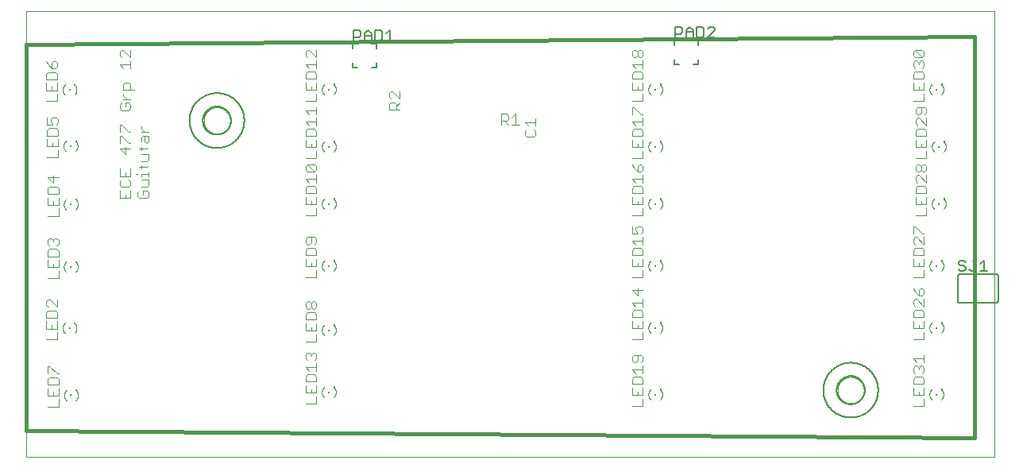
<source format=gto>
G75*
%MOIN*%
%OFA0B0*%
%FSLAX25Y25*%
%IPPOS*%
%LPD*%
%AMOC8*
5,1,8,0,0,1.08239X$1,22.5*
%
%ADD10C,0.00000*%
%ADD11C,0.01600*%
%ADD12C,0.00400*%
%ADD13R,0.00787X0.00787*%
%ADD14R,0.00984X0.00591*%
%ADD15C,0.00600*%
%ADD16C,0.00500*%
%ADD17C,0.00800*%
D10*
X0001800Y0001100D02*
X0001800Y0188061D01*
X0407901Y0188061D01*
X0407961Y0188101D02*
X0408039Y0001000D01*
X0408001Y0001000D02*
X0001800Y0001100D01*
X0076288Y0142100D02*
X0076290Y0142248D01*
X0076296Y0142396D01*
X0076306Y0142544D01*
X0076320Y0142691D01*
X0076338Y0142838D01*
X0076359Y0142984D01*
X0076385Y0143130D01*
X0076415Y0143275D01*
X0076448Y0143419D01*
X0076486Y0143562D01*
X0076527Y0143704D01*
X0076572Y0143845D01*
X0076620Y0143985D01*
X0076673Y0144124D01*
X0076729Y0144261D01*
X0076789Y0144396D01*
X0076852Y0144530D01*
X0076919Y0144662D01*
X0076990Y0144792D01*
X0077064Y0144920D01*
X0077141Y0145046D01*
X0077222Y0145170D01*
X0077306Y0145292D01*
X0077393Y0145411D01*
X0077484Y0145528D01*
X0077578Y0145643D01*
X0077674Y0145755D01*
X0077774Y0145865D01*
X0077876Y0145971D01*
X0077982Y0146075D01*
X0078090Y0146176D01*
X0078201Y0146274D01*
X0078314Y0146370D01*
X0078430Y0146462D01*
X0078548Y0146551D01*
X0078669Y0146636D01*
X0078792Y0146719D01*
X0078917Y0146798D01*
X0079044Y0146874D01*
X0079173Y0146946D01*
X0079304Y0147015D01*
X0079437Y0147080D01*
X0079572Y0147141D01*
X0079708Y0147199D01*
X0079845Y0147254D01*
X0079984Y0147304D01*
X0080125Y0147351D01*
X0080266Y0147394D01*
X0080409Y0147434D01*
X0080553Y0147469D01*
X0080697Y0147501D01*
X0080843Y0147528D01*
X0080989Y0147552D01*
X0081136Y0147572D01*
X0081283Y0147588D01*
X0081430Y0147600D01*
X0081578Y0147608D01*
X0081726Y0147612D01*
X0081874Y0147612D01*
X0082022Y0147608D01*
X0082170Y0147600D01*
X0082317Y0147588D01*
X0082464Y0147572D01*
X0082611Y0147552D01*
X0082757Y0147528D01*
X0082903Y0147501D01*
X0083047Y0147469D01*
X0083191Y0147434D01*
X0083334Y0147394D01*
X0083475Y0147351D01*
X0083616Y0147304D01*
X0083755Y0147254D01*
X0083892Y0147199D01*
X0084028Y0147141D01*
X0084163Y0147080D01*
X0084296Y0147015D01*
X0084427Y0146946D01*
X0084556Y0146874D01*
X0084683Y0146798D01*
X0084808Y0146719D01*
X0084931Y0146636D01*
X0085052Y0146551D01*
X0085170Y0146462D01*
X0085286Y0146370D01*
X0085399Y0146274D01*
X0085510Y0146176D01*
X0085618Y0146075D01*
X0085724Y0145971D01*
X0085826Y0145865D01*
X0085926Y0145755D01*
X0086022Y0145643D01*
X0086116Y0145528D01*
X0086207Y0145411D01*
X0086294Y0145292D01*
X0086378Y0145170D01*
X0086459Y0145046D01*
X0086536Y0144920D01*
X0086610Y0144792D01*
X0086681Y0144662D01*
X0086748Y0144530D01*
X0086811Y0144396D01*
X0086871Y0144261D01*
X0086927Y0144124D01*
X0086980Y0143985D01*
X0087028Y0143845D01*
X0087073Y0143704D01*
X0087114Y0143562D01*
X0087152Y0143419D01*
X0087185Y0143275D01*
X0087215Y0143130D01*
X0087241Y0142984D01*
X0087262Y0142838D01*
X0087280Y0142691D01*
X0087294Y0142544D01*
X0087304Y0142396D01*
X0087310Y0142248D01*
X0087312Y0142100D01*
X0087310Y0141952D01*
X0087304Y0141804D01*
X0087294Y0141656D01*
X0087280Y0141509D01*
X0087262Y0141362D01*
X0087241Y0141216D01*
X0087215Y0141070D01*
X0087185Y0140925D01*
X0087152Y0140781D01*
X0087114Y0140638D01*
X0087073Y0140496D01*
X0087028Y0140355D01*
X0086980Y0140215D01*
X0086927Y0140076D01*
X0086871Y0139939D01*
X0086811Y0139804D01*
X0086748Y0139670D01*
X0086681Y0139538D01*
X0086610Y0139408D01*
X0086536Y0139280D01*
X0086459Y0139154D01*
X0086378Y0139030D01*
X0086294Y0138908D01*
X0086207Y0138789D01*
X0086116Y0138672D01*
X0086022Y0138557D01*
X0085926Y0138445D01*
X0085826Y0138335D01*
X0085724Y0138229D01*
X0085618Y0138125D01*
X0085510Y0138024D01*
X0085399Y0137926D01*
X0085286Y0137830D01*
X0085170Y0137738D01*
X0085052Y0137649D01*
X0084931Y0137564D01*
X0084808Y0137481D01*
X0084683Y0137402D01*
X0084556Y0137326D01*
X0084427Y0137254D01*
X0084296Y0137185D01*
X0084163Y0137120D01*
X0084028Y0137059D01*
X0083892Y0137001D01*
X0083755Y0136946D01*
X0083616Y0136896D01*
X0083475Y0136849D01*
X0083334Y0136806D01*
X0083191Y0136766D01*
X0083047Y0136731D01*
X0082903Y0136699D01*
X0082757Y0136672D01*
X0082611Y0136648D01*
X0082464Y0136628D01*
X0082317Y0136612D01*
X0082170Y0136600D01*
X0082022Y0136592D01*
X0081874Y0136588D01*
X0081726Y0136588D01*
X0081578Y0136592D01*
X0081430Y0136600D01*
X0081283Y0136612D01*
X0081136Y0136628D01*
X0080989Y0136648D01*
X0080843Y0136672D01*
X0080697Y0136699D01*
X0080553Y0136731D01*
X0080409Y0136766D01*
X0080266Y0136806D01*
X0080125Y0136849D01*
X0079984Y0136896D01*
X0079845Y0136946D01*
X0079708Y0137001D01*
X0079572Y0137059D01*
X0079437Y0137120D01*
X0079304Y0137185D01*
X0079173Y0137254D01*
X0079044Y0137326D01*
X0078917Y0137402D01*
X0078792Y0137481D01*
X0078669Y0137564D01*
X0078548Y0137649D01*
X0078430Y0137738D01*
X0078314Y0137830D01*
X0078201Y0137926D01*
X0078090Y0138024D01*
X0077982Y0138125D01*
X0077876Y0138229D01*
X0077774Y0138335D01*
X0077674Y0138445D01*
X0077578Y0138557D01*
X0077484Y0138672D01*
X0077393Y0138789D01*
X0077306Y0138908D01*
X0077222Y0139030D01*
X0077141Y0139154D01*
X0077064Y0139280D01*
X0076990Y0139408D01*
X0076919Y0139538D01*
X0076852Y0139670D01*
X0076789Y0139804D01*
X0076729Y0139939D01*
X0076673Y0140076D01*
X0076620Y0140215D01*
X0076572Y0140355D01*
X0076527Y0140496D01*
X0076486Y0140638D01*
X0076448Y0140781D01*
X0076415Y0140925D01*
X0076385Y0141070D01*
X0076359Y0141216D01*
X0076338Y0141362D01*
X0076320Y0141509D01*
X0076306Y0141656D01*
X0076296Y0141804D01*
X0076290Y0141952D01*
X0076288Y0142100D01*
X0342288Y0029000D02*
X0342290Y0029148D01*
X0342296Y0029296D01*
X0342306Y0029444D01*
X0342320Y0029591D01*
X0342338Y0029738D01*
X0342359Y0029884D01*
X0342385Y0030030D01*
X0342415Y0030175D01*
X0342448Y0030319D01*
X0342486Y0030462D01*
X0342527Y0030604D01*
X0342572Y0030745D01*
X0342620Y0030885D01*
X0342673Y0031024D01*
X0342729Y0031161D01*
X0342789Y0031296D01*
X0342852Y0031430D01*
X0342919Y0031562D01*
X0342990Y0031692D01*
X0343064Y0031820D01*
X0343141Y0031946D01*
X0343222Y0032070D01*
X0343306Y0032192D01*
X0343393Y0032311D01*
X0343484Y0032428D01*
X0343578Y0032543D01*
X0343674Y0032655D01*
X0343774Y0032765D01*
X0343876Y0032871D01*
X0343982Y0032975D01*
X0344090Y0033076D01*
X0344201Y0033174D01*
X0344314Y0033270D01*
X0344430Y0033362D01*
X0344548Y0033451D01*
X0344669Y0033536D01*
X0344792Y0033619D01*
X0344917Y0033698D01*
X0345044Y0033774D01*
X0345173Y0033846D01*
X0345304Y0033915D01*
X0345437Y0033980D01*
X0345572Y0034041D01*
X0345708Y0034099D01*
X0345845Y0034154D01*
X0345984Y0034204D01*
X0346125Y0034251D01*
X0346266Y0034294D01*
X0346409Y0034334D01*
X0346553Y0034369D01*
X0346697Y0034401D01*
X0346843Y0034428D01*
X0346989Y0034452D01*
X0347136Y0034472D01*
X0347283Y0034488D01*
X0347430Y0034500D01*
X0347578Y0034508D01*
X0347726Y0034512D01*
X0347874Y0034512D01*
X0348022Y0034508D01*
X0348170Y0034500D01*
X0348317Y0034488D01*
X0348464Y0034472D01*
X0348611Y0034452D01*
X0348757Y0034428D01*
X0348903Y0034401D01*
X0349047Y0034369D01*
X0349191Y0034334D01*
X0349334Y0034294D01*
X0349475Y0034251D01*
X0349616Y0034204D01*
X0349755Y0034154D01*
X0349892Y0034099D01*
X0350028Y0034041D01*
X0350163Y0033980D01*
X0350296Y0033915D01*
X0350427Y0033846D01*
X0350556Y0033774D01*
X0350683Y0033698D01*
X0350808Y0033619D01*
X0350931Y0033536D01*
X0351052Y0033451D01*
X0351170Y0033362D01*
X0351286Y0033270D01*
X0351399Y0033174D01*
X0351510Y0033076D01*
X0351618Y0032975D01*
X0351724Y0032871D01*
X0351826Y0032765D01*
X0351926Y0032655D01*
X0352022Y0032543D01*
X0352116Y0032428D01*
X0352207Y0032311D01*
X0352294Y0032192D01*
X0352378Y0032070D01*
X0352459Y0031946D01*
X0352536Y0031820D01*
X0352610Y0031692D01*
X0352681Y0031562D01*
X0352748Y0031430D01*
X0352811Y0031296D01*
X0352871Y0031161D01*
X0352927Y0031024D01*
X0352980Y0030885D01*
X0353028Y0030745D01*
X0353073Y0030604D01*
X0353114Y0030462D01*
X0353152Y0030319D01*
X0353185Y0030175D01*
X0353215Y0030030D01*
X0353241Y0029884D01*
X0353262Y0029738D01*
X0353280Y0029591D01*
X0353294Y0029444D01*
X0353304Y0029296D01*
X0353310Y0029148D01*
X0353312Y0029000D01*
X0353310Y0028852D01*
X0353304Y0028704D01*
X0353294Y0028556D01*
X0353280Y0028409D01*
X0353262Y0028262D01*
X0353241Y0028116D01*
X0353215Y0027970D01*
X0353185Y0027825D01*
X0353152Y0027681D01*
X0353114Y0027538D01*
X0353073Y0027396D01*
X0353028Y0027255D01*
X0352980Y0027115D01*
X0352927Y0026976D01*
X0352871Y0026839D01*
X0352811Y0026704D01*
X0352748Y0026570D01*
X0352681Y0026438D01*
X0352610Y0026308D01*
X0352536Y0026180D01*
X0352459Y0026054D01*
X0352378Y0025930D01*
X0352294Y0025808D01*
X0352207Y0025689D01*
X0352116Y0025572D01*
X0352022Y0025457D01*
X0351926Y0025345D01*
X0351826Y0025235D01*
X0351724Y0025129D01*
X0351618Y0025025D01*
X0351510Y0024924D01*
X0351399Y0024826D01*
X0351286Y0024730D01*
X0351170Y0024638D01*
X0351052Y0024549D01*
X0350931Y0024464D01*
X0350808Y0024381D01*
X0350683Y0024302D01*
X0350556Y0024226D01*
X0350427Y0024154D01*
X0350296Y0024085D01*
X0350163Y0024020D01*
X0350028Y0023959D01*
X0349892Y0023901D01*
X0349755Y0023846D01*
X0349616Y0023796D01*
X0349475Y0023749D01*
X0349334Y0023706D01*
X0349191Y0023666D01*
X0349047Y0023631D01*
X0348903Y0023599D01*
X0348757Y0023572D01*
X0348611Y0023548D01*
X0348464Y0023528D01*
X0348317Y0023512D01*
X0348170Y0023500D01*
X0348022Y0023492D01*
X0347874Y0023488D01*
X0347726Y0023488D01*
X0347578Y0023492D01*
X0347430Y0023500D01*
X0347283Y0023512D01*
X0347136Y0023528D01*
X0346989Y0023548D01*
X0346843Y0023572D01*
X0346697Y0023599D01*
X0346553Y0023631D01*
X0346409Y0023666D01*
X0346266Y0023706D01*
X0346125Y0023749D01*
X0345984Y0023796D01*
X0345845Y0023846D01*
X0345708Y0023901D01*
X0345572Y0023959D01*
X0345437Y0024020D01*
X0345304Y0024085D01*
X0345173Y0024154D01*
X0345044Y0024226D01*
X0344917Y0024302D01*
X0344792Y0024381D01*
X0344669Y0024464D01*
X0344548Y0024549D01*
X0344430Y0024638D01*
X0344314Y0024730D01*
X0344201Y0024826D01*
X0344090Y0024924D01*
X0343982Y0025025D01*
X0343876Y0025129D01*
X0343774Y0025235D01*
X0343674Y0025345D01*
X0343578Y0025457D01*
X0343484Y0025572D01*
X0343393Y0025689D01*
X0343306Y0025808D01*
X0343222Y0025930D01*
X0343141Y0026054D01*
X0343064Y0026180D01*
X0342990Y0026308D01*
X0342919Y0026438D01*
X0342852Y0026570D01*
X0342789Y0026704D01*
X0342729Y0026839D01*
X0342673Y0026976D01*
X0342620Y0027115D01*
X0342572Y0027255D01*
X0342527Y0027396D01*
X0342486Y0027538D01*
X0342448Y0027681D01*
X0342415Y0027825D01*
X0342385Y0027970D01*
X0342359Y0028116D01*
X0342338Y0028262D01*
X0342320Y0028409D01*
X0342306Y0028556D01*
X0342296Y0028704D01*
X0342290Y0028852D01*
X0342288Y0029000D01*
D11*
X0399800Y0008900D02*
X0399800Y0177300D01*
X0001800Y0174100D01*
X0001800Y0012100D01*
X0399800Y0008900D01*
D12*
X0378600Y0022300D02*
X0373996Y0022300D01*
X0378600Y0022300D02*
X0378600Y0025369D01*
X0378600Y0026904D02*
X0378600Y0029973D01*
X0378600Y0031508D02*
X0378600Y0033810D01*
X0377833Y0034577D01*
X0374763Y0034577D01*
X0373996Y0033810D01*
X0373996Y0031508D01*
X0378600Y0031508D01*
X0376298Y0028439D02*
X0376298Y0026904D01*
X0373996Y0026904D02*
X0373996Y0029973D01*
X0373996Y0026904D02*
X0378600Y0026904D01*
X0381832Y0024935D02*
X0381755Y0025008D01*
X0381680Y0025083D01*
X0381609Y0025161D01*
X0381540Y0025242D01*
X0381474Y0025325D01*
X0381411Y0025410D01*
X0381352Y0025498D01*
X0381295Y0025587D01*
X0381242Y0025679D01*
X0381192Y0025773D01*
X0381146Y0025868D01*
X0381103Y0025965D01*
X0381064Y0026063D01*
X0381028Y0026163D01*
X0380996Y0026264D01*
X0380968Y0026366D01*
X0380943Y0026469D01*
X0380922Y0026573D01*
X0380905Y0026678D01*
X0380891Y0026783D01*
X0380882Y0026888D01*
X0380876Y0026994D01*
X0380874Y0027100D01*
X0380876Y0027206D01*
X0380882Y0027312D01*
X0380891Y0027417D01*
X0380905Y0027522D01*
X0380922Y0027627D01*
X0380943Y0027731D01*
X0380968Y0027834D01*
X0380996Y0027936D01*
X0381028Y0028037D01*
X0381064Y0028137D01*
X0381103Y0028235D01*
X0381146Y0028332D01*
X0381192Y0028427D01*
X0381242Y0028521D01*
X0381295Y0028613D01*
X0381352Y0028702D01*
X0381411Y0028790D01*
X0381474Y0028875D01*
X0381540Y0028958D01*
X0381609Y0029039D01*
X0381680Y0029117D01*
X0381755Y0029192D01*
X0381832Y0029265D01*
X0385768Y0029265D02*
X0385845Y0029192D01*
X0385920Y0029117D01*
X0385991Y0029039D01*
X0386060Y0028958D01*
X0386126Y0028875D01*
X0386189Y0028790D01*
X0386248Y0028702D01*
X0386305Y0028613D01*
X0386358Y0028521D01*
X0386408Y0028427D01*
X0386454Y0028332D01*
X0386497Y0028235D01*
X0386536Y0028137D01*
X0386572Y0028037D01*
X0386604Y0027936D01*
X0386632Y0027834D01*
X0386657Y0027731D01*
X0386678Y0027627D01*
X0386695Y0027522D01*
X0386709Y0027417D01*
X0386718Y0027312D01*
X0386724Y0027206D01*
X0386726Y0027100D01*
X0386724Y0026994D01*
X0386718Y0026888D01*
X0386709Y0026783D01*
X0386695Y0026678D01*
X0386678Y0026573D01*
X0386657Y0026469D01*
X0386632Y0026366D01*
X0386604Y0026264D01*
X0386572Y0026163D01*
X0386536Y0026063D01*
X0386497Y0025965D01*
X0386454Y0025868D01*
X0386408Y0025773D01*
X0386358Y0025679D01*
X0386305Y0025587D01*
X0386248Y0025498D01*
X0386189Y0025410D01*
X0386126Y0025325D01*
X0386060Y0025242D01*
X0385991Y0025161D01*
X0385920Y0025083D01*
X0385845Y0025008D01*
X0385768Y0024935D01*
X0377833Y0036112D02*
X0378600Y0036879D01*
X0378600Y0038414D01*
X0377833Y0039181D01*
X0377065Y0039181D01*
X0376298Y0038414D01*
X0376298Y0037646D01*
X0376298Y0038414D02*
X0375531Y0039181D01*
X0374763Y0039181D01*
X0373996Y0038414D01*
X0373996Y0036879D01*
X0374763Y0036112D01*
X0375531Y0040716D02*
X0373996Y0042250D01*
X0378600Y0042250D01*
X0378600Y0040716D02*
X0378600Y0043785D01*
X0378600Y0050300D02*
X0373996Y0050300D01*
X0378600Y0050300D02*
X0378600Y0053369D01*
X0378600Y0054904D02*
X0378600Y0057973D01*
X0378600Y0059508D02*
X0378600Y0061810D01*
X0377833Y0062577D01*
X0374763Y0062577D01*
X0373996Y0061810D01*
X0373996Y0059508D01*
X0378600Y0059508D01*
X0376298Y0056439D02*
X0376298Y0054904D01*
X0373996Y0054904D02*
X0373996Y0057973D01*
X0373996Y0054904D02*
X0378600Y0054904D01*
X0381832Y0052935D02*
X0381755Y0053008D01*
X0381680Y0053083D01*
X0381609Y0053161D01*
X0381540Y0053242D01*
X0381474Y0053325D01*
X0381411Y0053410D01*
X0381352Y0053498D01*
X0381295Y0053587D01*
X0381242Y0053679D01*
X0381192Y0053773D01*
X0381146Y0053868D01*
X0381103Y0053965D01*
X0381064Y0054063D01*
X0381028Y0054163D01*
X0380996Y0054264D01*
X0380968Y0054366D01*
X0380943Y0054469D01*
X0380922Y0054573D01*
X0380905Y0054678D01*
X0380891Y0054783D01*
X0380882Y0054888D01*
X0380876Y0054994D01*
X0380874Y0055100D01*
X0380876Y0055206D01*
X0380882Y0055312D01*
X0380891Y0055417D01*
X0380905Y0055522D01*
X0380922Y0055627D01*
X0380943Y0055731D01*
X0380968Y0055834D01*
X0380996Y0055936D01*
X0381028Y0056037D01*
X0381064Y0056137D01*
X0381103Y0056235D01*
X0381146Y0056332D01*
X0381192Y0056427D01*
X0381242Y0056521D01*
X0381295Y0056613D01*
X0381352Y0056702D01*
X0381411Y0056790D01*
X0381474Y0056875D01*
X0381540Y0056958D01*
X0381609Y0057039D01*
X0381680Y0057117D01*
X0381755Y0057192D01*
X0381832Y0057265D01*
X0385768Y0057265D02*
X0385845Y0057192D01*
X0385920Y0057117D01*
X0385991Y0057039D01*
X0386060Y0056958D01*
X0386126Y0056875D01*
X0386189Y0056790D01*
X0386248Y0056702D01*
X0386305Y0056613D01*
X0386358Y0056521D01*
X0386408Y0056427D01*
X0386454Y0056332D01*
X0386497Y0056235D01*
X0386536Y0056137D01*
X0386572Y0056037D01*
X0386604Y0055936D01*
X0386632Y0055834D01*
X0386657Y0055731D01*
X0386678Y0055627D01*
X0386695Y0055522D01*
X0386709Y0055417D01*
X0386718Y0055312D01*
X0386724Y0055206D01*
X0386726Y0055100D01*
X0386724Y0054994D01*
X0386718Y0054888D01*
X0386709Y0054783D01*
X0386695Y0054678D01*
X0386678Y0054573D01*
X0386657Y0054469D01*
X0386632Y0054366D01*
X0386604Y0054264D01*
X0386572Y0054163D01*
X0386536Y0054063D01*
X0386497Y0053965D01*
X0386454Y0053868D01*
X0386408Y0053773D01*
X0386358Y0053679D01*
X0386305Y0053587D01*
X0386248Y0053498D01*
X0386189Y0053410D01*
X0386126Y0053325D01*
X0386060Y0053242D01*
X0385991Y0053161D01*
X0385920Y0053083D01*
X0385845Y0053008D01*
X0385768Y0052935D01*
X0378600Y0064112D02*
X0375531Y0067181D01*
X0374763Y0067181D01*
X0373996Y0066414D01*
X0373996Y0064879D01*
X0374763Y0064112D01*
X0378600Y0064112D02*
X0378600Y0067181D01*
X0377833Y0068716D02*
X0378600Y0069483D01*
X0378600Y0071018D01*
X0377833Y0071785D01*
X0377065Y0071785D01*
X0376298Y0071018D01*
X0376298Y0068716D01*
X0377833Y0068716D01*
X0376298Y0068716D02*
X0374763Y0070250D01*
X0373996Y0071785D01*
X0373996Y0076300D02*
X0378600Y0076300D01*
X0378600Y0079369D01*
X0378600Y0080904D02*
X0378600Y0083973D01*
X0378600Y0085508D02*
X0378600Y0087810D01*
X0377833Y0088577D01*
X0374763Y0088577D01*
X0373996Y0087810D01*
X0373996Y0085508D01*
X0378600Y0085508D01*
X0376298Y0082439D02*
X0376298Y0080904D01*
X0373996Y0080904D02*
X0378600Y0080904D01*
X0381832Y0078935D02*
X0381755Y0079008D01*
X0381680Y0079083D01*
X0381609Y0079161D01*
X0381540Y0079242D01*
X0381474Y0079325D01*
X0381411Y0079410D01*
X0381352Y0079498D01*
X0381295Y0079587D01*
X0381242Y0079679D01*
X0381192Y0079773D01*
X0381146Y0079868D01*
X0381103Y0079965D01*
X0381064Y0080063D01*
X0381028Y0080163D01*
X0380996Y0080264D01*
X0380968Y0080366D01*
X0380943Y0080469D01*
X0380922Y0080573D01*
X0380905Y0080678D01*
X0380891Y0080783D01*
X0380882Y0080888D01*
X0380876Y0080994D01*
X0380874Y0081100D01*
X0380876Y0081206D01*
X0380882Y0081312D01*
X0380891Y0081417D01*
X0380905Y0081522D01*
X0380922Y0081627D01*
X0380943Y0081731D01*
X0380968Y0081834D01*
X0380996Y0081936D01*
X0381028Y0082037D01*
X0381064Y0082137D01*
X0381103Y0082235D01*
X0381146Y0082332D01*
X0381192Y0082427D01*
X0381242Y0082521D01*
X0381295Y0082613D01*
X0381352Y0082702D01*
X0381411Y0082790D01*
X0381474Y0082875D01*
X0381540Y0082958D01*
X0381609Y0083039D01*
X0381680Y0083117D01*
X0381755Y0083192D01*
X0381832Y0083265D01*
X0385768Y0083265D02*
X0385845Y0083192D01*
X0385920Y0083117D01*
X0385991Y0083039D01*
X0386060Y0082958D01*
X0386126Y0082875D01*
X0386189Y0082790D01*
X0386248Y0082702D01*
X0386305Y0082613D01*
X0386358Y0082521D01*
X0386408Y0082427D01*
X0386454Y0082332D01*
X0386497Y0082235D01*
X0386536Y0082137D01*
X0386572Y0082037D01*
X0386604Y0081936D01*
X0386632Y0081834D01*
X0386657Y0081731D01*
X0386678Y0081627D01*
X0386695Y0081522D01*
X0386709Y0081417D01*
X0386718Y0081312D01*
X0386724Y0081206D01*
X0386726Y0081100D01*
X0386724Y0080994D01*
X0386718Y0080888D01*
X0386709Y0080783D01*
X0386695Y0080678D01*
X0386678Y0080573D01*
X0386657Y0080469D01*
X0386632Y0080366D01*
X0386604Y0080264D01*
X0386572Y0080163D01*
X0386536Y0080063D01*
X0386497Y0079965D01*
X0386454Y0079868D01*
X0386408Y0079773D01*
X0386358Y0079679D01*
X0386305Y0079587D01*
X0386248Y0079498D01*
X0386189Y0079410D01*
X0386126Y0079325D01*
X0386060Y0079242D01*
X0385991Y0079161D01*
X0385920Y0079083D01*
X0385845Y0079008D01*
X0385768Y0078935D01*
X0373996Y0080904D02*
X0373996Y0083973D01*
X0374763Y0090112D02*
X0373996Y0090879D01*
X0373996Y0092414D01*
X0374763Y0093181D01*
X0375531Y0093181D01*
X0378600Y0090112D01*
X0378600Y0093181D01*
X0378600Y0094716D02*
X0377833Y0094716D01*
X0374763Y0097785D01*
X0373996Y0097785D01*
X0373996Y0094716D01*
X0374996Y0102300D02*
X0379600Y0102300D01*
X0379600Y0105369D01*
X0379600Y0106904D02*
X0374996Y0106904D01*
X0374996Y0109973D01*
X0374996Y0111508D02*
X0374996Y0113810D01*
X0375763Y0114577D01*
X0378833Y0114577D01*
X0379600Y0113810D01*
X0379600Y0111508D01*
X0374996Y0111508D01*
X0377298Y0108439D02*
X0377298Y0106904D01*
X0379600Y0106904D02*
X0379600Y0109973D01*
X0382832Y0109265D02*
X0382755Y0109192D01*
X0382680Y0109117D01*
X0382609Y0109039D01*
X0382540Y0108958D01*
X0382474Y0108875D01*
X0382411Y0108790D01*
X0382352Y0108702D01*
X0382295Y0108613D01*
X0382242Y0108521D01*
X0382192Y0108427D01*
X0382146Y0108332D01*
X0382103Y0108235D01*
X0382064Y0108137D01*
X0382028Y0108037D01*
X0381996Y0107936D01*
X0381968Y0107834D01*
X0381943Y0107731D01*
X0381922Y0107627D01*
X0381905Y0107522D01*
X0381891Y0107417D01*
X0381882Y0107312D01*
X0381876Y0107206D01*
X0381874Y0107100D01*
X0381876Y0106994D01*
X0381882Y0106888D01*
X0381891Y0106783D01*
X0381905Y0106678D01*
X0381922Y0106573D01*
X0381943Y0106469D01*
X0381968Y0106366D01*
X0381996Y0106264D01*
X0382028Y0106163D01*
X0382064Y0106063D01*
X0382103Y0105965D01*
X0382146Y0105868D01*
X0382192Y0105773D01*
X0382242Y0105679D01*
X0382295Y0105587D01*
X0382352Y0105498D01*
X0382411Y0105410D01*
X0382474Y0105325D01*
X0382540Y0105242D01*
X0382609Y0105161D01*
X0382680Y0105083D01*
X0382755Y0105008D01*
X0382832Y0104935D01*
X0386768Y0104935D02*
X0386845Y0105008D01*
X0386920Y0105083D01*
X0386991Y0105161D01*
X0387060Y0105242D01*
X0387126Y0105325D01*
X0387189Y0105410D01*
X0387248Y0105498D01*
X0387305Y0105587D01*
X0387358Y0105679D01*
X0387408Y0105773D01*
X0387454Y0105868D01*
X0387497Y0105965D01*
X0387536Y0106063D01*
X0387572Y0106163D01*
X0387604Y0106264D01*
X0387632Y0106366D01*
X0387657Y0106469D01*
X0387678Y0106573D01*
X0387695Y0106678D01*
X0387709Y0106783D01*
X0387718Y0106888D01*
X0387724Y0106994D01*
X0387726Y0107100D01*
X0387724Y0107206D01*
X0387718Y0107312D01*
X0387709Y0107417D01*
X0387695Y0107522D01*
X0387678Y0107627D01*
X0387657Y0107731D01*
X0387632Y0107834D01*
X0387604Y0107936D01*
X0387572Y0108037D01*
X0387536Y0108137D01*
X0387497Y0108235D01*
X0387454Y0108332D01*
X0387408Y0108427D01*
X0387358Y0108521D01*
X0387305Y0108613D01*
X0387248Y0108702D01*
X0387189Y0108790D01*
X0387126Y0108875D01*
X0387060Y0108958D01*
X0386991Y0109039D01*
X0386920Y0109117D01*
X0386845Y0109192D01*
X0386768Y0109265D01*
X0379600Y0116112D02*
X0376531Y0119181D01*
X0375763Y0119181D01*
X0374996Y0118414D01*
X0374996Y0116879D01*
X0375763Y0116112D01*
X0379600Y0116112D02*
X0379600Y0119181D01*
X0378833Y0120716D02*
X0378065Y0120716D01*
X0377298Y0121483D01*
X0377298Y0123018D01*
X0378065Y0123785D01*
X0378833Y0123785D01*
X0379600Y0123018D01*
X0379600Y0121483D01*
X0378833Y0120716D01*
X0377298Y0121483D02*
X0376531Y0120716D01*
X0375763Y0120716D01*
X0374996Y0121483D01*
X0374996Y0123018D01*
X0375763Y0123785D01*
X0376531Y0123785D01*
X0377298Y0123018D01*
X0374996Y0126300D02*
X0379600Y0126300D01*
X0379600Y0129369D01*
X0379600Y0130904D02*
X0374996Y0130904D01*
X0374996Y0133973D01*
X0374996Y0135508D02*
X0374996Y0137810D01*
X0375763Y0138577D01*
X0378833Y0138577D01*
X0379600Y0137810D01*
X0379600Y0135508D01*
X0374996Y0135508D01*
X0377298Y0132439D02*
X0377298Y0130904D01*
X0379600Y0130904D02*
X0379600Y0133973D01*
X0382832Y0133265D02*
X0382755Y0133192D01*
X0382680Y0133117D01*
X0382609Y0133039D01*
X0382540Y0132958D01*
X0382474Y0132875D01*
X0382411Y0132790D01*
X0382352Y0132702D01*
X0382295Y0132613D01*
X0382242Y0132521D01*
X0382192Y0132427D01*
X0382146Y0132332D01*
X0382103Y0132235D01*
X0382064Y0132137D01*
X0382028Y0132037D01*
X0381996Y0131936D01*
X0381968Y0131834D01*
X0381943Y0131731D01*
X0381922Y0131627D01*
X0381905Y0131522D01*
X0381891Y0131417D01*
X0381882Y0131312D01*
X0381876Y0131206D01*
X0381874Y0131100D01*
X0381876Y0130994D01*
X0381882Y0130888D01*
X0381891Y0130783D01*
X0381905Y0130678D01*
X0381922Y0130573D01*
X0381943Y0130469D01*
X0381968Y0130366D01*
X0381996Y0130264D01*
X0382028Y0130163D01*
X0382064Y0130063D01*
X0382103Y0129965D01*
X0382146Y0129868D01*
X0382192Y0129773D01*
X0382242Y0129679D01*
X0382295Y0129587D01*
X0382352Y0129498D01*
X0382411Y0129410D01*
X0382474Y0129325D01*
X0382540Y0129242D01*
X0382609Y0129161D01*
X0382680Y0129083D01*
X0382755Y0129008D01*
X0382832Y0128935D01*
X0386768Y0128935D02*
X0386845Y0129008D01*
X0386920Y0129083D01*
X0386991Y0129161D01*
X0387060Y0129242D01*
X0387126Y0129325D01*
X0387189Y0129410D01*
X0387248Y0129498D01*
X0387305Y0129587D01*
X0387358Y0129679D01*
X0387408Y0129773D01*
X0387454Y0129868D01*
X0387497Y0129965D01*
X0387536Y0130063D01*
X0387572Y0130163D01*
X0387604Y0130264D01*
X0387632Y0130366D01*
X0387657Y0130469D01*
X0387678Y0130573D01*
X0387695Y0130678D01*
X0387709Y0130783D01*
X0387718Y0130888D01*
X0387724Y0130994D01*
X0387726Y0131100D01*
X0387724Y0131206D01*
X0387718Y0131312D01*
X0387709Y0131417D01*
X0387695Y0131522D01*
X0387678Y0131627D01*
X0387657Y0131731D01*
X0387632Y0131834D01*
X0387604Y0131936D01*
X0387572Y0132037D01*
X0387536Y0132137D01*
X0387497Y0132235D01*
X0387454Y0132332D01*
X0387408Y0132427D01*
X0387358Y0132521D01*
X0387305Y0132613D01*
X0387248Y0132702D01*
X0387189Y0132790D01*
X0387126Y0132875D01*
X0387060Y0132958D01*
X0386991Y0133039D01*
X0386920Y0133117D01*
X0386845Y0133192D01*
X0386768Y0133265D01*
X0379600Y0140112D02*
X0376531Y0143181D01*
X0375763Y0143181D01*
X0374996Y0142414D01*
X0374996Y0140879D01*
X0375763Y0140112D01*
X0379600Y0140112D02*
X0379600Y0143181D01*
X0378833Y0144716D02*
X0379600Y0145483D01*
X0379600Y0147018D01*
X0378833Y0147785D01*
X0375763Y0147785D01*
X0374996Y0147018D01*
X0374996Y0145483D01*
X0375763Y0144716D01*
X0376531Y0144716D01*
X0377298Y0145483D01*
X0377298Y0147785D01*
X0378600Y0150300D02*
X0373996Y0150300D01*
X0373996Y0154904D02*
X0378600Y0154904D01*
X0378600Y0157973D01*
X0378600Y0159508D02*
X0378600Y0161810D01*
X0377833Y0162577D01*
X0374763Y0162577D01*
X0373996Y0161810D01*
X0373996Y0159508D01*
X0378600Y0159508D01*
X0376298Y0156439D02*
X0376298Y0154904D01*
X0373996Y0154904D02*
X0373996Y0157973D01*
X0378600Y0153369D02*
X0378600Y0150300D01*
X0381832Y0152935D02*
X0381755Y0153008D01*
X0381680Y0153083D01*
X0381609Y0153161D01*
X0381540Y0153242D01*
X0381474Y0153325D01*
X0381411Y0153410D01*
X0381352Y0153498D01*
X0381295Y0153587D01*
X0381242Y0153679D01*
X0381192Y0153773D01*
X0381146Y0153868D01*
X0381103Y0153965D01*
X0381064Y0154063D01*
X0381028Y0154163D01*
X0380996Y0154264D01*
X0380968Y0154366D01*
X0380943Y0154469D01*
X0380922Y0154573D01*
X0380905Y0154678D01*
X0380891Y0154783D01*
X0380882Y0154888D01*
X0380876Y0154994D01*
X0380874Y0155100D01*
X0380876Y0155206D01*
X0380882Y0155312D01*
X0380891Y0155417D01*
X0380905Y0155522D01*
X0380922Y0155627D01*
X0380943Y0155731D01*
X0380968Y0155834D01*
X0380996Y0155936D01*
X0381028Y0156037D01*
X0381064Y0156137D01*
X0381103Y0156235D01*
X0381146Y0156332D01*
X0381192Y0156427D01*
X0381242Y0156521D01*
X0381295Y0156613D01*
X0381352Y0156702D01*
X0381411Y0156790D01*
X0381474Y0156875D01*
X0381540Y0156958D01*
X0381609Y0157039D01*
X0381680Y0157117D01*
X0381755Y0157192D01*
X0381832Y0157265D01*
X0385768Y0157265D02*
X0385845Y0157192D01*
X0385920Y0157117D01*
X0385991Y0157039D01*
X0386060Y0156958D01*
X0386126Y0156875D01*
X0386189Y0156790D01*
X0386248Y0156702D01*
X0386305Y0156613D01*
X0386358Y0156521D01*
X0386408Y0156427D01*
X0386454Y0156332D01*
X0386497Y0156235D01*
X0386536Y0156137D01*
X0386572Y0156037D01*
X0386604Y0155936D01*
X0386632Y0155834D01*
X0386657Y0155731D01*
X0386678Y0155627D01*
X0386695Y0155522D01*
X0386709Y0155417D01*
X0386718Y0155312D01*
X0386724Y0155206D01*
X0386726Y0155100D01*
X0386724Y0154994D01*
X0386718Y0154888D01*
X0386709Y0154783D01*
X0386695Y0154678D01*
X0386678Y0154573D01*
X0386657Y0154469D01*
X0386632Y0154366D01*
X0386604Y0154264D01*
X0386572Y0154163D01*
X0386536Y0154063D01*
X0386497Y0153965D01*
X0386454Y0153868D01*
X0386408Y0153773D01*
X0386358Y0153679D01*
X0386305Y0153587D01*
X0386248Y0153498D01*
X0386189Y0153410D01*
X0386126Y0153325D01*
X0386060Y0153242D01*
X0385991Y0153161D01*
X0385920Y0153083D01*
X0385845Y0153008D01*
X0385768Y0152935D01*
X0377833Y0164112D02*
X0378600Y0164879D01*
X0378600Y0166414D01*
X0377833Y0167181D01*
X0377065Y0167181D01*
X0376298Y0166414D01*
X0376298Y0165646D01*
X0376298Y0166414D02*
X0375531Y0167181D01*
X0374763Y0167181D01*
X0373996Y0166414D01*
X0373996Y0164879D01*
X0374763Y0164112D01*
X0374763Y0168716D02*
X0373996Y0169483D01*
X0373996Y0171018D01*
X0374763Y0171785D01*
X0377833Y0168716D01*
X0378600Y0169483D01*
X0378600Y0171018D01*
X0377833Y0171785D01*
X0374763Y0171785D01*
X0374763Y0168716D02*
X0377833Y0168716D01*
X0267768Y0157265D02*
X0267845Y0157192D01*
X0267920Y0157117D01*
X0267991Y0157039D01*
X0268060Y0156958D01*
X0268126Y0156875D01*
X0268189Y0156790D01*
X0268248Y0156702D01*
X0268305Y0156613D01*
X0268358Y0156521D01*
X0268408Y0156427D01*
X0268454Y0156332D01*
X0268497Y0156235D01*
X0268536Y0156137D01*
X0268572Y0156037D01*
X0268604Y0155936D01*
X0268632Y0155834D01*
X0268657Y0155731D01*
X0268678Y0155627D01*
X0268695Y0155522D01*
X0268709Y0155417D01*
X0268718Y0155312D01*
X0268724Y0155206D01*
X0268726Y0155100D01*
X0268724Y0154994D01*
X0268718Y0154888D01*
X0268709Y0154783D01*
X0268695Y0154678D01*
X0268678Y0154573D01*
X0268657Y0154469D01*
X0268632Y0154366D01*
X0268604Y0154264D01*
X0268572Y0154163D01*
X0268536Y0154063D01*
X0268497Y0153965D01*
X0268454Y0153868D01*
X0268408Y0153773D01*
X0268358Y0153679D01*
X0268305Y0153587D01*
X0268248Y0153498D01*
X0268189Y0153410D01*
X0268126Y0153325D01*
X0268060Y0153242D01*
X0267991Y0153161D01*
X0267920Y0153083D01*
X0267845Y0153008D01*
X0267768Y0152935D01*
X0263832Y0152935D02*
X0263755Y0153008D01*
X0263680Y0153083D01*
X0263609Y0153161D01*
X0263540Y0153242D01*
X0263474Y0153325D01*
X0263411Y0153410D01*
X0263352Y0153498D01*
X0263295Y0153587D01*
X0263242Y0153679D01*
X0263192Y0153773D01*
X0263146Y0153868D01*
X0263103Y0153965D01*
X0263064Y0154063D01*
X0263028Y0154163D01*
X0262996Y0154264D01*
X0262968Y0154366D01*
X0262943Y0154469D01*
X0262922Y0154573D01*
X0262905Y0154678D01*
X0262891Y0154783D01*
X0262882Y0154888D01*
X0262876Y0154994D01*
X0262874Y0155100D01*
X0262876Y0155206D01*
X0262882Y0155312D01*
X0262891Y0155417D01*
X0262905Y0155522D01*
X0262922Y0155627D01*
X0262943Y0155731D01*
X0262968Y0155834D01*
X0262996Y0155936D01*
X0263028Y0156037D01*
X0263064Y0156137D01*
X0263103Y0156235D01*
X0263146Y0156332D01*
X0263192Y0156427D01*
X0263242Y0156521D01*
X0263295Y0156613D01*
X0263352Y0156702D01*
X0263411Y0156790D01*
X0263474Y0156875D01*
X0263540Y0156958D01*
X0263609Y0157039D01*
X0263680Y0157117D01*
X0263755Y0157192D01*
X0263832Y0157265D01*
X0260600Y0157973D02*
X0260600Y0154904D01*
X0255996Y0154904D01*
X0255996Y0157973D01*
X0255996Y0159508D02*
X0255996Y0161810D01*
X0256763Y0162577D01*
X0259833Y0162577D01*
X0260600Y0161810D01*
X0260600Y0159508D01*
X0255996Y0159508D01*
X0258298Y0156439D02*
X0258298Y0154904D01*
X0260600Y0153369D02*
X0260600Y0150300D01*
X0255996Y0150300D01*
X0255996Y0147785D02*
X0256763Y0147785D01*
X0259833Y0144716D01*
X0260600Y0144716D01*
X0260600Y0143181D02*
X0260600Y0140112D01*
X0260600Y0141646D02*
X0255996Y0141646D01*
X0257531Y0140112D01*
X0256763Y0138577D02*
X0255996Y0137810D01*
X0255996Y0135508D01*
X0260600Y0135508D01*
X0260600Y0137810D01*
X0259833Y0138577D01*
X0256763Y0138577D01*
X0255996Y0133973D02*
X0255996Y0130904D01*
X0260600Y0130904D01*
X0260600Y0133973D01*
X0258298Y0132439D02*
X0258298Y0130904D01*
X0260600Y0129369D02*
X0260600Y0126300D01*
X0255996Y0126300D01*
X0255996Y0123785D02*
X0256763Y0122250D01*
X0258298Y0120716D01*
X0258298Y0123018D01*
X0259065Y0123785D01*
X0259833Y0123785D01*
X0260600Y0123018D01*
X0260600Y0121483D01*
X0259833Y0120716D01*
X0258298Y0120716D01*
X0260600Y0119181D02*
X0260600Y0116112D01*
X0260600Y0117646D02*
X0255996Y0117646D01*
X0257531Y0116112D01*
X0256763Y0114577D02*
X0255996Y0113810D01*
X0255996Y0111508D01*
X0260600Y0111508D01*
X0260600Y0113810D01*
X0259833Y0114577D01*
X0256763Y0114577D01*
X0255996Y0109973D02*
X0255996Y0106904D01*
X0260600Y0106904D01*
X0260600Y0109973D01*
X0258298Y0108439D02*
X0258298Y0106904D01*
X0260600Y0105369D02*
X0260600Y0102300D01*
X0255996Y0102300D01*
X0263832Y0104935D02*
X0263755Y0105008D01*
X0263680Y0105083D01*
X0263609Y0105161D01*
X0263540Y0105242D01*
X0263474Y0105325D01*
X0263411Y0105410D01*
X0263352Y0105498D01*
X0263295Y0105587D01*
X0263242Y0105679D01*
X0263192Y0105773D01*
X0263146Y0105868D01*
X0263103Y0105965D01*
X0263064Y0106063D01*
X0263028Y0106163D01*
X0262996Y0106264D01*
X0262968Y0106366D01*
X0262943Y0106469D01*
X0262922Y0106573D01*
X0262905Y0106678D01*
X0262891Y0106783D01*
X0262882Y0106888D01*
X0262876Y0106994D01*
X0262874Y0107100D01*
X0262876Y0107206D01*
X0262882Y0107312D01*
X0262891Y0107417D01*
X0262905Y0107522D01*
X0262922Y0107627D01*
X0262943Y0107731D01*
X0262968Y0107834D01*
X0262996Y0107936D01*
X0263028Y0108037D01*
X0263064Y0108137D01*
X0263103Y0108235D01*
X0263146Y0108332D01*
X0263192Y0108427D01*
X0263242Y0108521D01*
X0263295Y0108613D01*
X0263352Y0108702D01*
X0263411Y0108790D01*
X0263474Y0108875D01*
X0263540Y0108958D01*
X0263609Y0109039D01*
X0263680Y0109117D01*
X0263755Y0109192D01*
X0263832Y0109265D01*
X0267768Y0109265D02*
X0267845Y0109192D01*
X0267920Y0109117D01*
X0267991Y0109039D01*
X0268060Y0108958D01*
X0268126Y0108875D01*
X0268189Y0108790D01*
X0268248Y0108702D01*
X0268305Y0108613D01*
X0268358Y0108521D01*
X0268408Y0108427D01*
X0268454Y0108332D01*
X0268497Y0108235D01*
X0268536Y0108137D01*
X0268572Y0108037D01*
X0268604Y0107936D01*
X0268632Y0107834D01*
X0268657Y0107731D01*
X0268678Y0107627D01*
X0268695Y0107522D01*
X0268709Y0107417D01*
X0268718Y0107312D01*
X0268724Y0107206D01*
X0268726Y0107100D01*
X0268724Y0106994D01*
X0268718Y0106888D01*
X0268709Y0106783D01*
X0268695Y0106678D01*
X0268678Y0106573D01*
X0268657Y0106469D01*
X0268632Y0106366D01*
X0268604Y0106264D01*
X0268572Y0106163D01*
X0268536Y0106063D01*
X0268497Y0105965D01*
X0268454Y0105868D01*
X0268408Y0105773D01*
X0268358Y0105679D01*
X0268305Y0105587D01*
X0268248Y0105498D01*
X0268189Y0105410D01*
X0268126Y0105325D01*
X0268060Y0105242D01*
X0267991Y0105161D01*
X0267920Y0105083D01*
X0267845Y0105008D01*
X0267768Y0104935D01*
X0260600Y0097018D02*
X0260600Y0095483D01*
X0259833Y0094716D01*
X0258298Y0094716D02*
X0257531Y0096250D01*
X0257531Y0097018D01*
X0258298Y0097785D01*
X0259833Y0097785D01*
X0260600Y0097018D01*
X0258298Y0094716D02*
X0255996Y0094716D01*
X0255996Y0097785D01*
X0260600Y0093181D02*
X0260600Y0090112D01*
X0260600Y0091646D02*
X0255996Y0091646D01*
X0257531Y0090112D01*
X0256763Y0088577D02*
X0255996Y0087810D01*
X0255996Y0085508D01*
X0260600Y0085508D01*
X0260600Y0087810D01*
X0259833Y0088577D01*
X0256763Y0088577D01*
X0255996Y0083973D02*
X0255996Y0080904D01*
X0260600Y0080904D01*
X0260600Y0083973D01*
X0258298Y0082439D02*
X0258298Y0080904D01*
X0260600Y0079369D02*
X0260600Y0076300D01*
X0255996Y0076300D01*
X0263832Y0078935D02*
X0263755Y0079008D01*
X0263680Y0079083D01*
X0263609Y0079161D01*
X0263540Y0079242D01*
X0263474Y0079325D01*
X0263411Y0079410D01*
X0263352Y0079498D01*
X0263295Y0079587D01*
X0263242Y0079679D01*
X0263192Y0079773D01*
X0263146Y0079868D01*
X0263103Y0079965D01*
X0263064Y0080063D01*
X0263028Y0080163D01*
X0262996Y0080264D01*
X0262968Y0080366D01*
X0262943Y0080469D01*
X0262922Y0080573D01*
X0262905Y0080678D01*
X0262891Y0080783D01*
X0262882Y0080888D01*
X0262876Y0080994D01*
X0262874Y0081100D01*
X0262876Y0081206D01*
X0262882Y0081312D01*
X0262891Y0081417D01*
X0262905Y0081522D01*
X0262922Y0081627D01*
X0262943Y0081731D01*
X0262968Y0081834D01*
X0262996Y0081936D01*
X0263028Y0082037D01*
X0263064Y0082137D01*
X0263103Y0082235D01*
X0263146Y0082332D01*
X0263192Y0082427D01*
X0263242Y0082521D01*
X0263295Y0082613D01*
X0263352Y0082702D01*
X0263411Y0082790D01*
X0263474Y0082875D01*
X0263540Y0082958D01*
X0263609Y0083039D01*
X0263680Y0083117D01*
X0263755Y0083192D01*
X0263832Y0083265D01*
X0267768Y0083265D02*
X0267845Y0083192D01*
X0267920Y0083117D01*
X0267991Y0083039D01*
X0268060Y0082958D01*
X0268126Y0082875D01*
X0268189Y0082790D01*
X0268248Y0082702D01*
X0268305Y0082613D01*
X0268358Y0082521D01*
X0268408Y0082427D01*
X0268454Y0082332D01*
X0268497Y0082235D01*
X0268536Y0082137D01*
X0268572Y0082037D01*
X0268604Y0081936D01*
X0268632Y0081834D01*
X0268657Y0081731D01*
X0268678Y0081627D01*
X0268695Y0081522D01*
X0268709Y0081417D01*
X0268718Y0081312D01*
X0268724Y0081206D01*
X0268726Y0081100D01*
X0268724Y0080994D01*
X0268718Y0080888D01*
X0268709Y0080783D01*
X0268695Y0080678D01*
X0268678Y0080573D01*
X0268657Y0080469D01*
X0268632Y0080366D01*
X0268604Y0080264D01*
X0268572Y0080163D01*
X0268536Y0080063D01*
X0268497Y0079965D01*
X0268454Y0079868D01*
X0268408Y0079773D01*
X0268358Y0079679D01*
X0268305Y0079587D01*
X0268248Y0079498D01*
X0268189Y0079410D01*
X0268126Y0079325D01*
X0268060Y0079242D01*
X0267991Y0079161D01*
X0267920Y0079083D01*
X0267845Y0079008D01*
X0267768Y0078935D01*
X0260600Y0071018D02*
X0255996Y0071018D01*
X0258298Y0068716D01*
X0258298Y0071785D01*
X0260600Y0067181D02*
X0260600Y0064112D01*
X0260600Y0065646D02*
X0255996Y0065646D01*
X0257531Y0064112D01*
X0256763Y0062577D02*
X0255996Y0061810D01*
X0255996Y0059508D01*
X0260600Y0059508D01*
X0260600Y0061810D01*
X0259833Y0062577D01*
X0256763Y0062577D01*
X0255996Y0057973D02*
X0255996Y0054904D01*
X0260600Y0054904D01*
X0260600Y0057973D01*
X0258298Y0056439D02*
X0258298Y0054904D01*
X0260600Y0053369D02*
X0260600Y0050300D01*
X0255996Y0050300D01*
X0256763Y0043785D02*
X0255996Y0043018D01*
X0255996Y0041483D01*
X0256763Y0040716D01*
X0257531Y0040716D01*
X0258298Y0041483D01*
X0258298Y0043785D01*
X0259833Y0043785D02*
X0256763Y0043785D01*
X0259833Y0043785D02*
X0260600Y0043018D01*
X0260600Y0041483D01*
X0259833Y0040716D01*
X0260600Y0039181D02*
X0260600Y0036112D01*
X0260600Y0037646D02*
X0255996Y0037646D01*
X0257531Y0036112D01*
X0256763Y0034577D02*
X0255996Y0033810D01*
X0255996Y0031508D01*
X0260600Y0031508D01*
X0260600Y0033810D01*
X0259833Y0034577D01*
X0256763Y0034577D01*
X0255996Y0029973D02*
X0255996Y0026904D01*
X0260600Y0026904D01*
X0260600Y0029973D01*
X0258298Y0028439D02*
X0258298Y0026904D01*
X0260600Y0025369D02*
X0260600Y0022300D01*
X0255996Y0022300D01*
X0263832Y0024935D02*
X0263755Y0025008D01*
X0263680Y0025083D01*
X0263609Y0025161D01*
X0263540Y0025242D01*
X0263474Y0025325D01*
X0263411Y0025410D01*
X0263352Y0025498D01*
X0263295Y0025587D01*
X0263242Y0025679D01*
X0263192Y0025773D01*
X0263146Y0025868D01*
X0263103Y0025965D01*
X0263064Y0026063D01*
X0263028Y0026163D01*
X0262996Y0026264D01*
X0262968Y0026366D01*
X0262943Y0026469D01*
X0262922Y0026573D01*
X0262905Y0026678D01*
X0262891Y0026783D01*
X0262882Y0026888D01*
X0262876Y0026994D01*
X0262874Y0027100D01*
X0262876Y0027206D01*
X0262882Y0027312D01*
X0262891Y0027417D01*
X0262905Y0027522D01*
X0262922Y0027627D01*
X0262943Y0027731D01*
X0262968Y0027834D01*
X0262996Y0027936D01*
X0263028Y0028037D01*
X0263064Y0028137D01*
X0263103Y0028235D01*
X0263146Y0028332D01*
X0263192Y0028427D01*
X0263242Y0028521D01*
X0263295Y0028613D01*
X0263352Y0028702D01*
X0263411Y0028790D01*
X0263474Y0028875D01*
X0263540Y0028958D01*
X0263609Y0029039D01*
X0263680Y0029117D01*
X0263755Y0029192D01*
X0263832Y0029265D01*
X0267768Y0029265D02*
X0267845Y0029192D01*
X0267920Y0029117D01*
X0267991Y0029039D01*
X0268060Y0028958D01*
X0268126Y0028875D01*
X0268189Y0028790D01*
X0268248Y0028702D01*
X0268305Y0028613D01*
X0268358Y0028521D01*
X0268408Y0028427D01*
X0268454Y0028332D01*
X0268497Y0028235D01*
X0268536Y0028137D01*
X0268572Y0028037D01*
X0268604Y0027936D01*
X0268632Y0027834D01*
X0268657Y0027731D01*
X0268678Y0027627D01*
X0268695Y0027522D01*
X0268709Y0027417D01*
X0268718Y0027312D01*
X0268724Y0027206D01*
X0268726Y0027100D01*
X0268724Y0026994D01*
X0268718Y0026888D01*
X0268709Y0026783D01*
X0268695Y0026678D01*
X0268678Y0026573D01*
X0268657Y0026469D01*
X0268632Y0026366D01*
X0268604Y0026264D01*
X0268572Y0026163D01*
X0268536Y0026063D01*
X0268497Y0025965D01*
X0268454Y0025868D01*
X0268408Y0025773D01*
X0268358Y0025679D01*
X0268305Y0025587D01*
X0268248Y0025498D01*
X0268189Y0025410D01*
X0268126Y0025325D01*
X0268060Y0025242D01*
X0267991Y0025161D01*
X0267920Y0025083D01*
X0267845Y0025008D01*
X0267768Y0024935D01*
X0263832Y0052935D02*
X0263755Y0053008D01*
X0263680Y0053083D01*
X0263609Y0053161D01*
X0263540Y0053242D01*
X0263474Y0053325D01*
X0263411Y0053410D01*
X0263352Y0053498D01*
X0263295Y0053587D01*
X0263242Y0053679D01*
X0263192Y0053773D01*
X0263146Y0053868D01*
X0263103Y0053965D01*
X0263064Y0054063D01*
X0263028Y0054163D01*
X0262996Y0054264D01*
X0262968Y0054366D01*
X0262943Y0054469D01*
X0262922Y0054573D01*
X0262905Y0054678D01*
X0262891Y0054783D01*
X0262882Y0054888D01*
X0262876Y0054994D01*
X0262874Y0055100D01*
X0262876Y0055206D01*
X0262882Y0055312D01*
X0262891Y0055417D01*
X0262905Y0055522D01*
X0262922Y0055627D01*
X0262943Y0055731D01*
X0262968Y0055834D01*
X0262996Y0055936D01*
X0263028Y0056037D01*
X0263064Y0056137D01*
X0263103Y0056235D01*
X0263146Y0056332D01*
X0263192Y0056427D01*
X0263242Y0056521D01*
X0263295Y0056613D01*
X0263352Y0056702D01*
X0263411Y0056790D01*
X0263474Y0056875D01*
X0263540Y0056958D01*
X0263609Y0057039D01*
X0263680Y0057117D01*
X0263755Y0057192D01*
X0263832Y0057265D01*
X0267768Y0057265D02*
X0267845Y0057192D01*
X0267920Y0057117D01*
X0267991Y0057039D01*
X0268060Y0056958D01*
X0268126Y0056875D01*
X0268189Y0056790D01*
X0268248Y0056702D01*
X0268305Y0056613D01*
X0268358Y0056521D01*
X0268408Y0056427D01*
X0268454Y0056332D01*
X0268497Y0056235D01*
X0268536Y0056137D01*
X0268572Y0056037D01*
X0268604Y0055936D01*
X0268632Y0055834D01*
X0268657Y0055731D01*
X0268678Y0055627D01*
X0268695Y0055522D01*
X0268709Y0055417D01*
X0268718Y0055312D01*
X0268724Y0055206D01*
X0268726Y0055100D01*
X0268724Y0054994D01*
X0268718Y0054888D01*
X0268709Y0054783D01*
X0268695Y0054678D01*
X0268678Y0054573D01*
X0268657Y0054469D01*
X0268632Y0054366D01*
X0268604Y0054264D01*
X0268572Y0054163D01*
X0268536Y0054063D01*
X0268497Y0053965D01*
X0268454Y0053868D01*
X0268408Y0053773D01*
X0268358Y0053679D01*
X0268305Y0053587D01*
X0268248Y0053498D01*
X0268189Y0053410D01*
X0268126Y0053325D01*
X0268060Y0053242D01*
X0267991Y0053161D01*
X0267920Y0053083D01*
X0267845Y0053008D01*
X0267768Y0052935D01*
X0130768Y0051935D02*
X0130845Y0052008D01*
X0130920Y0052083D01*
X0130991Y0052161D01*
X0131060Y0052242D01*
X0131126Y0052325D01*
X0131189Y0052410D01*
X0131248Y0052498D01*
X0131305Y0052587D01*
X0131358Y0052679D01*
X0131408Y0052773D01*
X0131454Y0052868D01*
X0131497Y0052965D01*
X0131536Y0053063D01*
X0131572Y0053163D01*
X0131604Y0053264D01*
X0131632Y0053366D01*
X0131657Y0053469D01*
X0131678Y0053573D01*
X0131695Y0053678D01*
X0131709Y0053783D01*
X0131718Y0053888D01*
X0131724Y0053994D01*
X0131726Y0054100D01*
X0131724Y0054206D01*
X0131718Y0054312D01*
X0131709Y0054417D01*
X0131695Y0054522D01*
X0131678Y0054627D01*
X0131657Y0054731D01*
X0131632Y0054834D01*
X0131604Y0054936D01*
X0131572Y0055037D01*
X0131536Y0055137D01*
X0131497Y0055235D01*
X0131454Y0055332D01*
X0131408Y0055427D01*
X0131358Y0055521D01*
X0131305Y0055613D01*
X0131248Y0055702D01*
X0131189Y0055790D01*
X0131126Y0055875D01*
X0131060Y0055958D01*
X0130991Y0056039D01*
X0130920Y0056117D01*
X0130845Y0056192D01*
X0130768Y0056265D01*
X0126832Y0056265D02*
X0126755Y0056192D01*
X0126680Y0056117D01*
X0126609Y0056039D01*
X0126540Y0055958D01*
X0126474Y0055875D01*
X0126411Y0055790D01*
X0126352Y0055702D01*
X0126295Y0055613D01*
X0126242Y0055521D01*
X0126192Y0055427D01*
X0126146Y0055332D01*
X0126103Y0055235D01*
X0126064Y0055137D01*
X0126028Y0055037D01*
X0125996Y0054936D01*
X0125968Y0054834D01*
X0125943Y0054731D01*
X0125922Y0054627D01*
X0125905Y0054522D01*
X0125891Y0054417D01*
X0125882Y0054312D01*
X0125876Y0054206D01*
X0125874Y0054100D01*
X0125876Y0053994D01*
X0125882Y0053888D01*
X0125891Y0053783D01*
X0125905Y0053678D01*
X0125922Y0053573D01*
X0125943Y0053469D01*
X0125968Y0053366D01*
X0125996Y0053264D01*
X0126028Y0053163D01*
X0126064Y0053063D01*
X0126103Y0052965D01*
X0126146Y0052868D01*
X0126192Y0052773D01*
X0126242Y0052679D01*
X0126295Y0052587D01*
X0126352Y0052498D01*
X0126411Y0052410D01*
X0126474Y0052325D01*
X0126540Y0052242D01*
X0126609Y0052161D01*
X0126680Y0052083D01*
X0126755Y0052008D01*
X0126832Y0051935D01*
X0123600Y0052369D02*
X0123600Y0049300D01*
X0118996Y0049300D01*
X0118996Y0053904D02*
X0123600Y0053904D01*
X0123600Y0056973D01*
X0123600Y0058508D02*
X0123600Y0060810D01*
X0122833Y0061577D01*
X0119763Y0061577D01*
X0118996Y0060810D01*
X0118996Y0058508D01*
X0123600Y0058508D01*
X0121298Y0055439D02*
X0121298Y0053904D01*
X0118996Y0053904D02*
X0118996Y0056973D01*
X0119763Y0063112D02*
X0118996Y0063879D01*
X0118996Y0065414D01*
X0119763Y0066181D01*
X0120531Y0066181D01*
X0121298Y0065414D01*
X0121298Y0063879D01*
X0120531Y0063112D01*
X0119763Y0063112D01*
X0121298Y0063879D02*
X0122065Y0063112D01*
X0122833Y0063112D01*
X0123600Y0063879D01*
X0123600Y0065414D01*
X0122833Y0066181D01*
X0122065Y0066181D01*
X0121298Y0065414D01*
X0118996Y0076300D02*
X0123600Y0076300D01*
X0123600Y0079369D01*
X0123600Y0080904D02*
X0123600Y0083973D01*
X0123600Y0085508D02*
X0123600Y0087810D01*
X0122833Y0088577D01*
X0119763Y0088577D01*
X0118996Y0087810D01*
X0118996Y0085508D01*
X0123600Y0085508D01*
X0121298Y0082439D02*
X0121298Y0080904D01*
X0118996Y0080904D02*
X0123600Y0080904D01*
X0126832Y0078935D02*
X0126755Y0079008D01*
X0126680Y0079083D01*
X0126609Y0079161D01*
X0126540Y0079242D01*
X0126474Y0079325D01*
X0126411Y0079410D01*
X0126352Y0079498D01*
X0126295Y0079587D01*
X0126242Y0079679D01*
X0126192Y0079773D01*
X0126146Y0079868D01*
X0126103Y0079965D01*
X0126064Y0080063D01*
X0126028Y0080163D01*
X0125996Y0080264D01*
X0125968Y0080366D01*
X0125943Y0080469D01*
X0125922Y0080573D01*
X0125905Y0080678D01*
X0125891Y0080783D01*
X0125882Y0080888D01*
X0125876Y0080994D01*
X0125874Y0081100D01*
X0125876Y0081206D01*
X0125882Y0081312D01*
X0125891Y0081417D01*
X0125905Y0081522D01*
X0125922Y0081627D01*
X0125943Y0081731D01*
X0125968Y0081834D01*
X0125996Y0081936D01*
X0126028Y0082037D01*
X0126064Y0082137D01*
X0126103Y0082235D01*
X0126146Y0082332D01*
X0126192Y0082427D01*
X0126242Y0082521D01*
X0126295Y0082613D01*
X0126352Y0082702D01*
X0126411Y0082790D01*
X0126474Y0082875D01*
X0126540Y0082958D01*
X0126609Y0083039D01*
X0126680Y0083117D01*
X0126755Y0083192D01*
X0126832Y0083265D01*
X0130768Y0083265D02*
X0130845Y0083192D01*
X0130920Y0083117D01*
X0130991Y0083039D01*
X0131060Y0082958D01*
X0131126Y0082875D01*
X0131189Y0082790D01*
X0131248Y0082702D01*
X0131305Y0082613D01*
X0131358Y0082521D01*
X0131408Y0082427D01*
X0131454Y0082332D01*
X0131497Y0082235D01*
X0131536Y0082137D01*
X0131572Y0082037D01*
X0131604Y0081936D01*
X0131632Y0081834D01*
X0131657Y0081731D01*
X0131678Y0081627D01*
X0131695Y0081522D01*
X0131709Y0081417D01*
X0131718Y0081312D01*
X0131724Y0081206D01*
X0131726Y0081100D01*
X0131724Y0080994D01*
X0131718Y0080888D01*
X0131709Y0080783D01*
X0131695Y0080678D01*
X0131678Y0080573D01*
X0131657Y0080469D01*
X0131632Y0080366D01*
X0131604Y0080264D01*
X0131572Y0080163D01*
X0131536Y0080063D01*
X0131497Y0079965D01*
X0131454Y0079868D01*
X0131408Y0079773D01*
X0131358Y0079679D01*
X0131305Y0079587D01*
X0131248Y0079498D01*
X0131189Y0079410D01*
X0131126Y0079325D01*
X0131060Y0079242D01*
X0130991Y0079161D01*
X0130920Y0079083D01*
X0130845Y0079008D01*
X0130768Y0078935D01*
X0118996Y0080904D02*
X0118996Y0083973D01*
X0119763Y0090112D02*
X0120531Y0090112D01*
X0121298Y0090879D01*
X0121298Y0093181D01*
X0119763Y0093181D02*
X0118996Y0092414D01*
X0118996Y0090879D01*
X0119763Y0090112D01*
X0122833Y0090112D02*
X0123600Y0090879D01*
X0123600Y0092414D01*
X0122833Y0093181D01*
X0119763Y0093181D01*
X0118996Y0102300D02*
X0123600Y0102300D01*
X0123600Y0105369D01*
X0123600Y0106904D02*
X0123600Y0109973D01*
X0123600Y0111508D02*
X0123600Y0113810D01*
X0122833Y0114577D01*
X0119763Y0114577D01*
X0118996Y0113810D01*
X0118996Y0111508D01*
X0123600Y0111508D01*
X0121298Y0108439D02*
X0121298Y0106904D01*
X0118996Y0106904D02*
X0123600Y0106904D01*
X0126832Y0104935D02*
X0126755Y0105008D01*
X0126680Y0105083D01*
X0126609Y0105161D01*
X0126540Y0105242D01*
X0126474Y0105325D01*
X0126411Y0105410D01*
X0126352Y0105498D01*
X0126295Y0105587D01*
X0126242Y0105679D01*
X0126192Y0105773D01*
X0126146Y0105868D01*
X0126103Y0105965D01*
X0126064Y0106063D01*
X0126028Y0106163D01*
X0125996Y0106264D01*
X0125968Y0106366D01*
X0125943Y0106469D01*
X0125922Y0106573D01*
X0125905Y0106678D01*
X0125891Y0106783D01*
X0125882Y0106888D01*
X0125876Y0106994D01*
X0125874Y0107100D01*
X0125876Y0107206D01*
X0125882Y0107312D01*
X0125891Y0107417D01*
X0125905Y0107522D01*
X0125922Y0107627D01*
X0125943Y0107731D01*
X0125968Y0107834D01*
X0125996Y0107936D01*
X0126028Y0108037D01*
X0126064Y0108137D01*
X0126103Y0108235D01*
X0126146Y0108332D01*
X0126192Y0108427D01*
X0126242Y0108521D01*
X0126295Y0108613D01*
X0126352Y0108702D01*
X0126411Y0108790D01*
X0126474Y0108875D01*
X0126540Y0108958D01*
X0126609Y0109039D01*
X0126680Y0109117D01*
X0126755Y0109192D01*
X0126832Y0109265D01*
X0130768Y0109265D02*
X0130845Y0109192D01*
X0130920Y0109117D01*
X0130991Y0109039D01*
X0131060Y0108958D01*
X0131126Y0108875D01*
X0131189Y0108790D01*
X0131248Y0108702D01*
X0131305Y0108613D01*
X0131358Y0108521D01*
X0131408Y0108427D01*
X0131454Y0108332D01*
X0131497Y0108235D01*
X0131536Y0108137D01*
X0131572Y0108037D01*
X0131604Y0107936D01*
X0131632Y0107834D01*
X0131657Y0107731D01*
X0131678Y0107627D01*
X0131695Y0107522D01*
X0131709Y0107417D01*
X0131718Y0107312D01*
X0131724Y0107206D01*
X0131726Y0107100D01*
X0131724Y0106994D01*
X0131718Y0106888D01*
X0131709Y0106783D01*
X0131695Y0106678D01*
X0131678Y0106573D01*
X0131657Y0106469D01*
X0131632Y0106366D01*
X0131604Y0106264D01*
X0131572Y0106163D01*
X0131536Y0106063D01*
X0131497Y0105965D01*
X0131454Y0105868D01*
X0131408Y0105773D01*
X0131358Y0105679D01*
X0131305Y0105587D01*
X0131248Y0105498D01*
X0131189Y0105410D01*
X0131126Y0105325D01*
X0131060Y0105242D01*
X0130991Y0105161D01*
X0130920Y0105083D01*
X0130845Y0105008D01*
X0130768Y0104935D01*
X0118996Y0106904D02*
X0118996Y0109973D01*
X0120531Y0116112D02*
X0118996Y0117646D01*
X0123600Y0117646D01*
X0123600Y0116112D02*
X0123600Y0119181D01*
X0122833Y0120716D02*
X0123600Y0121483D01*
X0123600Y0123018D01*
X0122833Y0123785D01*
X0119763Y0123785D01*
X0122833Y0120716D01*
X0119763Y0120716D01*
X0118996Y0121483D01*
X0118996Y0123018D01*
X0119763Y0123785D01*
X0118996Y0126300D02*
X0123600Y0126300D01*
X0123600Y0129369D01*
X0123600Y0130904D02*
X0123600Y0133973D01*
X0123600Y0135508D02*
X0123600Y0137810D01*
X0122833Y0138577D01*
X0119763Y0138577D01*
X0118996Y0137810D01*
X0118996Y0135508D01*
X0123600Y0135508D01*
X0121298Y0132439D02*
X0121298Y0130904D01*
X0118996Y0130904D02*
X0118996Y0133973D01*
X0118996Y0130904D02*
X0123600Y0130904D01*
X0126832Y0128935D02*
X0126755Y0129008D01*
X0126680Y0129083D01*
X0126609Y0129161D01*
X0126540Y0129242D01*
X0126474Y0129325D01*
X0126411Y0129410D01*
X0126352Y0129498D01*
X0126295Y0129587D01*
X0126242Y0129679D01*
X0126192Y0129773D01*
X0126146Y0129868D01*
X0126103Y0129965D01*
X0126064Y0130063D01*
X0126028Y0130163D01*
X0125996Y0130264D01*
X0125968Y0130366D01*
X0125943Y0130469D01*
X0125922Y0130573D01*
X0125905Y0130678D01*
X0125891Y0130783D01*
X0125882Y0130888D01*
X0125876Y0130994D01*
X0125874Y0131100D01*
X0125876Y0131206D01*
X0125882Y0131312D01*
X0125891Y0131417D01*
X0125905Y0131522D01*
X0125922Y0131627D01*
X0125943Y0131731D01*
X0125968Y0131834D01*
X0125996Y0131936D01*
X0126028Y0132037D01*
X0126064Y0132137D01*
X0126103Y0132235D01*
X0126146Y0132332D01*
X0126192Y0132427D01*
X0126242Y0132521D01*
X0126295Y0132613D01*
X0126352Y0132702D01*
X0126411Y0132790D01*
X0126474Y0132875D01*
X0126540Y0132958D01*
X0126609Y0133039D01*
X0126680Y0133117D01*
X0126755Y0133192D01*
X0126832Y0133265D01*
X0130768Y0133265D02*
X0130845Y0133192D01*
X0130920Y0133117D01*
X0130991Y0133039D01*
X0131060Y0132958D01*
X0131126Y0132875D01*
X0131189Y0132790D01*
X0131248Y0132702D01*
X0131305Y0132613D01*
X0131358Y0132521D01*
X0131408Y0132427D01*
X0131454Y0132332D01*
X0131497Y0132235D01*
X0131536Y0132137D01*
X0131572Y0132037D01*
X0131604Y0131936D01*
X0131632Y0131834D01*
X0131657Y0131731D01*
X0131678Y0131627D01*
X0131695Y0131522D01*
X0131709Y0131417D01*
X0131718Y0131312D01*
X0131724Y0131206D01*
X0131726Y0131100D01*
X0131724Y0130994D01*
X0131718Y0130888D01*
X0131709Y0130783D01*
X0131695Y0130678D01*
X0131678Y0130573D01*
X0131657Y0130469D01*
X0131632Y0130366D01*
X0131604Y0130264D01*
X0131572Y0130163D01*
X0131536Y0130063D01*
X0131497Y0129965D01*
X0131454Y0129868D01*
X0131408Y0129773D01*
X0131358Y0129679D01*
X0131305Y0129587D01*
X0131248Y0129498D01*
X0131189Y0129410D01*
X0131126Y0129325D01*
X0131060Y0129242D01*
X0130991Y0129161D01*
X0130920Y0129083D01*
X0130845Y0129008D01*
X0130768Y0128935D01*
X0123600Y0140112D02*
X0123600Y0143181D01*
X0123600Y0141646D02*
X0118996Y0141646D01*
X0120531Y0140112D01*
X0120531Y0144716D02*
X0118996Y0146250D01*
X0123600Y0146250D01*
X0123600Y0144716D02*
X0123600Y0147785D01*
X0123600Y0150300D02*
X0123600Y0153369D01*
X0123600Y0154904D02*
X0123600Y0157973D01*
X0123600Y0159508D02*
X0123600Y0161810D01*
X0122833Y0162577D01*
X0119763Y0162577D01*
X0118996Y0161810D01*
X0118996Y0159508D01*
X0123600Y0159508D01*
X0121298Y0156439D02*
X0121298Y0154904D01*
X0118996Y0154904D02*
X0123600Y0154904D01*
X0126832Y0152935D02*
X0126755Y0153008D01*
X0126680Y0153083D01*
X0126609Y0153161D01*
X0126540Y0153242D01*
X0126474Y0153325D01*
X0126411Y0153410D01*
X0126352Y0153498D01*
X0126295Y0153587D01*
X0126242Y0153679D01*
X0126192Y0153773D01*
X0126146Y0153868D01*
X0126103Y0153965D01*
X0126064Y0154063D01*
X0126028Y0154163D01*
X0125996Y0154264D01*
X0125968Y0154366D01*
X0125943Y0154469D01*
X0125922Y0154573D01*
X0125905Y0154678D01*
X0125891Y0154783D01*
X0125882Y0154888D01*
X0125876Y0154994D01*
X0125874Y0155100D01*
X0125876Y0155206D01*
X0125882Y0155312D01*
X0125891Y0155417D01*
X0125905Y0155522D01*
X0125922Y0155627D01*
X0125943Y0155731D01*
X0125968Y0155834D01*
X0125996Y0155936D01*
X0126028Y0156037D01*
X0126064Y0156137D01*
X0126103Y0156235D01*
X0126146Y0156332D01*
X0126192Y0156427D01*
X0126242Y0156521D01*
X0126295Y0156613D01*
X0126352Y0156702D01*
X0126411Y0156790D01*
X0126474Y0156875D01*
X0126540Y0156958D01*
X0126609Y0157039D01*
X0126680Y0157117D01*
X0126755Y0157192D01*
X0126832Y0157265D01*
X0130768Y0157265D02*
X0130845Y0157192D01*
X0130920Y0157117D01*
X0130991Y0157039D01*
X0131060Y0156958D01*
X0131126Y0156875D01*
X0131189Y0156790D01*
X0131248Y0156702D01*
X0131305Y0156613D01*
X0131358Y0156521D01*
X0131408Y0156427D01*
X0131454Y0156332D01*
X0131497Y0156235D01*
X0131536Y0156137D01*
X0131572Y0156037D01*
X0131604Y0155936D01*
X0131632Y0155834D01*
X0131657Y0155731D01*
X0131678Y0155627D01*
X0131695Y0155522D01*
X0131709Y0155417D01*
X0131718Y0155312D01*
X0131724Y0155206D01*
X0131726Y0155100D01*
X0131724Y0154994D01*
X0131718Y0154888D01*
X0131709Y0154783D01*
X0131695Y0154678D01*
X0131678Y0154573D01*
X0131657Y0154469D01*
X0131632Y0154366D01*
X0131604Y0154264D01*
X0131572Y0154163D01*
X0131536Y0154063D01*
X0131497Y0153965D01*
X0131454Y0153868D01*
X0131408Y0153773D01*
X0131358Y0153679D01*
X0131305Y0153587D01*
X0131248Y0153498D01*
X0131189Y0153410D01*
X0131126Y0153325D01*
X0131060Y0153242D01*
X0130991Y0153161D01*
X0130920Y0153083D01*
X0130845Y0153008D01*
X0130768Y0152935D01*
X0123600Y0150300D02*
X0118996Y0150300D01*
X0118996Y0154904D02*
X0118996Y0157973D01*
X0120531Y0164112D02*
X0118996Y0165646D01*
X0123600Y0165646D01*
X0123600Y0164112D02*
X0123600Y0167181D01*
X0123600Y0168716D02*
X0120531Y0171785D01*
X0119763Y0171785D01*
X0118996Y0171018D01*
X0118996Y0169483D01*
X0119763Y0168716D01*
X0123600Y0168716D02*
X0123600Y0171785D01*
X0153996Y0153498D02*
X0153996Y0151963D01*
X0154763Y0151196D01*
X0154763Y0149661D02*
X0156298Y0149661D01*
X0157065Y0148894D01*
X0157065Y0146592D01*
X0157065Y0148127D02*
X0158600Y0149661D01*
X0158600Y0151196D02*
X0155531Y0154265D01*
X0154763Y0154265D01*
X0153996Y0153498D01*
X0158600Y0154265D02*
X0158600Y0151196D01*
X0154763Y0149661D02*
X0153996Y0148894D01*
X0153996Y0146592D01*
X0158600Y0146592D01*
X0201000Y0144904D02*
X0201000Y0140300D01*
X0201000Y0141835D02*
X0203302Y0141835D01*
X0204069Y0142602D01*
X0204069Y0144137D01*
X0203302Y0144904D01*
X0201000Y0144904D01*
X0202535Y0141835D02*
X0204069Y0140300D01*
X0205604Y0140300D02*
X0208673Y0140300D01*
X0207139Y0140300D02*
X0207139Y0144904D01*
X0205604Y0143369D01*
X0210996Y0141439D02*
X0215600Y0141439D01*
X0215600Y0142973D02*
X0215600Y0139904D01*
X0214833Y0138369D02*
X0215600Y0137602D01*
X0215600Y0136067D01*
X0214833Y0135300D01*
X0211763Y0135300D01*
X0210996Y0136067D01*
X0210996Y0137602D01*
X0211763Y0138369D01*
X0212531Y0139904D02*
X0210996Y0141439D01*
X0255996Y0144716D02*
X0255996Y0147785D01*
X0257531Y0164112D02*
X0255996Y0165646D01*
X0260600Y0165646D01*
X0260600Y0164112D02*
X0260600Y0167181D01*
X0259833Y0168716D02*
X0259065Y0168716D01*
X0258298Y0169483D01*
X0258298Y0171018D01*
X0259065Y0171785D01*
X0259833Y0171785D01*
X0260600Y0171018D01*
X0260600Y0169483D01*
X0259833Y0168716D01*
X0258298Y0169483D02*
X0257531Y0168716D01*
X0256763Y0168716D01*
X0255996Y0169483D01*
X0255996Y0171018D01*
X0256763Y0171785D01*
X0257531Y0171785D01*
X0258298Y0171018D01*
X0263832Y0133265D02*
X0263755Y0133192D01*
X0263680Y0133117D01*
X0263609Y0133039D01*
X0263540Y0132958D01*
X0263474Y0132875D01*
X0263411Y0132790D01*
X0263352Y0132702D01*
X0263295Y0132613D01*
X0263242Y0132521D01*
X0263192Y0132427D01*
X0263146Y0132332D01*
X0263103Y0132235D01*
X0263064Y0132137D01*
X0263028Y0132037D01*
X0262996Y0131936D01*
X0262968Y0131834D01*
X0262943Y0131731D01*
X0262922Y0131627D01*
X0262905Y0131522D01*
X0262891Y0131417D01*
X0262882Y0131312D01*
X0262876Y0131206D01*
X0262874Y0131100D01*
X0262876Y0130994D01*
X0262882Y0130888D01*
X0262891Y0130783D01*
X0262905Y0130678D01*
X0262922Y0130573D01*
X0262943Y0130469D01*
X0262968Y0130366D01*
X0262996Y0130264D01*
X0263028Y0130163D01*
X0263064Y0130063D01*
X0263103Y0129965D01*
X0263146Y0129868D01*
X0263192Y0129773D01*
X0263242Y0129679D01*
X0263295Y0129587D01*
X0263352Y0129498D01*
X0263411Y0129410D01*
X0263474Y0129325D01*
X0263540Y0129242D01*
X0263609Y0129161D01*
X0263680Y0129083D01*
X0263755Y0129008D01*
X0263832Y0128935D01*
X0267768Y0128935D02*
X0267845Y0129008D01*
X0267920Y0129083D01*
X0267991Y0129161D01*
X0268060Y0129242D01*
X0268126Y0129325D01*
X0268189Y0129410D01*
X0268248Y0129498D01*
X0268305Y0129587D01*
X0268358Y0129679D01*
X0268408Y0129773D01*
X0268454Y0129868D01*
X0268497Y0129965D01*
X0268536Y0130063D01*
X0268572Y0130163D01*
X0268604Y0130264D01*
X0268632Y0130366D01*
X0268657Y0130469D01*
X0268678Y0130573D01*
X0268695Y0130678D01*
X0268709Y0130783D01*
X0268718Y0130888D01*
X0268724Y0130994D01*
X0268726Y0131100D01*
X0268724Y0131206D01*
X0268718Y0131312D01*
X0268709Y0131417D01*
X0268695Y0131522D01*
X0268678Y0131627D01*
X0268657Y0131731D01*
X0268632Y0131834D01*
X0268604Y0131936D01*
X0268572Y0132037D01*
X0268536Y0132137D01*
X0268497Y0132235D01*
X0268454Y0132332D01*
X0268408Y0132427D01*
X0268358Y0132521D01*
X0268305Y0132613D01*
X0268248Y0132702D01*
X0268189Y0132790D01*
X0268126Y0132875D01*
X0268060Y0132958D01*
X0267991Y0133039D01*
X0267920Y0133117D01*
X0267845Y0133192D01*
X0267768Y0133265D01*
X0123600Y0044018D02*
X0122833Y0044785D01*
X0122065Y0044785D01*
X0121298Y0044018D01*
X0121298Y0043250D01*
X0121298Y0044018D02*
X0120531Y0044785D01*
X0119763Y0044785D01*
X0118996Y0044018D01*
X0118996Y0042483D01*
X0119763Y0041716D01*
X0122833Y0041716D02*
X0123600Y0042483D01*
X0123600Y0044018D01*
X0123600Y0040181D02*
X0123600Y0037112D01*
X0123600Y0038646D02*
X0118996Y0038646D01*
X0120531Y0037112D01*
X0119763Y0035577D02*
X0118996Y0034810D01*
X0118996Y0032508D01*
X0123600Y0032508D01*
X0123600Y0034810D01*
X0122833Y0035577D01*
X0119763Y0035577D01*
X0118996Y0030973D02*
X0118996Y0027904D01*
X0123600Y0027904D01*
X0123600Y0030973D01*
X0121298Y0029439D02*
X0121298Y0027904D01*
X0123600Y0026369D02*
X0123600Y0023300D01*
X0118996Y0023300D01*
X0126832Y0025935D02*
X0126755Y0026008D01*
X0126680Y0026083D01*
X0126609Y0026161D01*
X0126540Y0026242D01*
X0126474Y0026325D01*
X0126411Y0026410D01*
X0126352Y0026498D01*
X0126295Y0026587D01*
X0126242Y0026679D01*
X0126192Y0026773D01*
X0126146Y0026868D01*
X0126103Y0026965D01*
X0126064Y0027063D01*
X0126028Y0027163D01*
X0125996Y0027264D01*
X0125968Y0027366D01*
X0125943Y0027469D01*
X0125922Y0027573D01*
X0125905Y0027678D01*
X0125891Y0027783D01*
X0125882Y0027888D01*
X0125876Y0027994D01*
X0125874Y0028100D01*
X0125876Y0028206D01*
X0125882Y0028312D01*
X0125891Y0028417D01*
X0125905Y0028522D01*
X0125922Y0028627D01*
X0125943Y0028731D01*
X0125968Y0028834D01*
X0125996Y0028936D01*
X0126028Y0029037D01*
X0126064Y0029137D01*
X0126103Y0029235D01*
X0126146Y0029332D01*
X0126192Y0029427D01*
X0126242Y0029521D01*
X0126295Y0029613D01*
X0126352Y0029702D01*
X0126411Y0029790D01*
X0126474Y0029875D01*
X0126540Y0029958D01*
X0126609Y0030039D01*
X0126680Y0030117D01*
X0126755Y0030192D01*
X0126832Y0030265D01*
X0130768Y0030265D02*
X0130845Y0030192D01*
X0130920Y0030117D01*
X0130991Y0030039D01*
X0131060Y0029958D01*
X0131126Y0029875D01*
X0131189Y0029790D01*
X0131248Y0029702D01*
X0131305Y0029613D01*
X0131358Y0029521D01*
X0131408Y0029427D01*
X0131454Y0029332D01*
X0131497Y0029235D01*
X0131536Y0029137D01*
X0131572Y0029037D01*
X0131604Y0028936D01*
X0131632Y0028834D01*
X0131657Y0028731D01*
X0131678Y0028627D01*
X0131695Y0028522D01*
X0131709Y0028417D01*
X0131718Y0028312D01*
X0131724Y0028206D01*
X0131726Y0028100D01*
X0131724Y0027994D01*
X0131718Y0027888D01*
X0131709Y0027783D01*
X0131695Y0027678D01*
X0131678Y0027573D01*
X0131657Y0027469D01*
X0131632Y0027366D01*
X0131604Y0027264D01*
X0131572Y0027163D01*
X0131536Y0027063D01*
X0131497Y0026965D01*
X0131454Y0026868D01*
X0131408Y0026773D01*
X0131358Y0026679D01*
X0131305Y0026587D01*
X0131248Y0026498D01*
X0131189Y0026410D01*
X0131126Y0026325D01*
X0131060Y0026242D01*
X0130991Y0026161D01*
X0130920Y0026083D01*
X0130845Y0026008D01*
X0130768Y0025935D01*
X0022568Y0024735D02*
X0022645Y0024808D01*
X0022720Y0024883D01*
X0022791Y0024961D01*
X0022860Y0025042D01*
X0022926Y0025125D01*
X0022989Y0025210D01*
X0023048Y0025298D01*
X0023105Y0025387D01*
X0023158Y0025479D01*
X0023208Y0025573D01*
X0023254Y0025668D01*
X0023297Y0025765D01*
X0023336Y0025863D01*
X0023372Y0025963D01*
X0023404Y0026064D01*
X0023432Y0026166D01*
X0023457Y0026269D01*
X0023478Y0026373D01*
X0023495Y0026478D01*
X0023509Y0026583D01*
X0023518Y0026688D01*
X0023524Y0026794D01*
X0023526Y0026900D01*
X0023524Y0027006D01*
X0023518Y0027112D01*
X0023509Y0027217D01*
X0023495Y0027322D01*
X0023478Y0027427D01*
X0023457Y0027531D01*
X0023432Y0027634D01*
X0023404Y0027736D01*
X0023372Y0027837D01*
X0023336Y0027937D01*
X0023297Y0028035D01*
X0023254Y0028132D01*
X0023208Y0028227D01*
X0023158Y0028321D01*
X0023105Y0028413D01*
X0023048Y0028502D01*
X0022989Y0028590D01*
X0022926Y0028675D01*
X0022860Y0028758D01*
X0022791Y0028839D01*
X0022720Y0028917D01*
X0022645Y0028992D01*
X0022568Y0029065D01*
X0018632Y0029065D02*
X0018555Y0028992D01*
X0018480Y0028917D01*
X0018409Y0028839D01*
X0018340Y0028758D01*
X0018274Y0028675D01*
X0018211Y0028590D01*
X0018152Y0028502D01*
X0018095Y0028413D01*
X0018042Y0028321D01*
X0017992Y0028227D01*
X0017946Y0028132D01*
X0017903Y0028035D01*
X0017864Y0027937D01*
X0017828Y0027837D01*
X0017796Y0027736D01*
X0017768Y0027634D01*
X0017743Y0027531D01*
X0017722Y0027427D01*
X0017705Y0027322D01*
X0017691Y0027217D01*
X0017682Y0027112D01*
X0017676Y0027006D01*
X0017674Y0026900D01*
X0017676Y0026794D01*
X0017682Y0026688D01*
X0017691Y0026583D01*
X0017705Y0026478D01*
X0017722Y0026373D01*
X0017743Y0026269D01*
X0017768Y0026166D01*
X0017796Y0026064D01*
X0017828Y0025963D01*
X0017864Y0025863D01*
X0017903Y0025765D01*
X0017946Y0025668D01*
X0017992Y0025573D01*
X0018042Y0025479D01*
X0018095Y0025387D01*
X0018152Y0025298D01*
X0018211Y0025210D01*
X0018274Y0025125D01*
X0018340Y0025042D01*
X0018409Y0024961D01*
X0018480Y0024883D01*
X0018555Y0024808D01*
X0018632Y0024735D01*
X0015400Y0025169D02*
X0015400Y0022100D01*
X0010796Y0022100D01*
X0010796Y0026704D02*
X0015400Y0026704D01*
X0015400Y0029773D01*
X0015400Y0031308D02*
X0010796Y0031308D01*
X0010796Y0033610D01*
X0011563Y0034377D01*
X0014633Y0034377D01*
X0015400Y0033610D01*
X0015400Y0031308D01*
X0010796Y0029773D02*
X0010796Y0026704D01*
X0013098Y0026704D02*
X0013098Y0028239D01*
X0014633Y0035912D02*
X0015400Y0035912D01*
X0014633Y0035912D02*
X0011563Y0038981D01*
X0010796Y0038981D01*
X0010796Y0035912D01*
X0010196Y0050200D02*
X0014800Y0050200D01*
X0014800Y0053269D01*
X0014800Y0054804D02*
X0014800Y0057873D01*
X0014800Y0059408D02*
X0010196Y0059408D01*
X0010196Y0061710D01*
X0010963Y0062477D01*
X0014033Y0062477D01*
X0014800Y0061710D01*
X0014800Y0059408D01*
X0010196Y0057873D02*
X0010196Y0054804D01*
X0014800Y0054804D01*
X0012498Y0054804D02*
X0012498Y0056339D01*
X0018032Y0057165D02*
X0017955Y0057092D01*
X0017880Y0057017D01*
X0017809Y0056939D01*
X0017740Y0056858D01*
X0017674Y0056775D01*
X0017611Y0056690D01*
X0017552Y0056602D01*
X0017495Y0056513D01*
X0017442Y0056421D01*
X0017392Y0056327D01*
X0017346Y0056232D01*
X0017303Y0056135D01*
X0017264Y0056037D01*
X0017228Y0055937D01*
X0017196Y0055836D01*
X0017168Y0055734D01*
X0017143Y0055631D01*
X0017122Y0055527D01*
X0017105Y0055422D01*
X0017091Y0055317D01*
X0017082Y0055212D01*
X0017076Y0055106D01*
X0017074Y0055000D01*
X0017076Y0054894D01*
X0017082Y0054788D01*
X0017091Y0054683D01*
X0017105Y0054578D01*
X0017122Y0054473D01*
X0017143Y0054369D01*
X0017168Y0054266D01*
X0017196Y0054164D01*
X0017228Y0054063D01*
X0017264Y0053963D01*
X0017303Y0053865D01*
X0017346Y0053768D01*
X0017392Y0053673D01*
X0017442Y0053579D01*
X0017495Y0053487D01*
X0017552Y0053398D01*
X0017611Y0053310D01*
X0017674Y0053225D01*
X0017740Y0053142D01*
X0017809Y0053061D01*
X0017880Y0052983D01*
X0017955Y0052908D01*
X0018032Y0052835D01*
X0021968Y0052835D02*
X0022045Y0052908D01*
X0022120Y0052983D01*
X0022191Y0053061D01*
X0022260Y0053142D01*
X0022326Y0053225D01*
X0022389Y0053310D01*
X0022448Y0053398D01*
X0022505Y0053487D01*
X0022558Y0053579D01*
X0022608Y0053673D01*
X0022654Y0053768D01*
X0022697Y0053865D01*
X0022736Y0053963D01*
X0022772Y0054063D01*
X0022804Y0054164D01*
X0022832Y0054266D01*
X0022857Y0054369D01*
X0022878Y0054473D01*
X0022895Y0054578D01*
X0022909Y0054683D01*
X0022918Y0054788D01*
X0022924Y0054894D01*
X0022926Y0055000D01*
X0022924Y0055106D01*
X0022918Y0055212D01*
X0022909Y0055317D01*
X0022895Y0055422D01*
X0022878Y0055527D01*
X0022857Y0055631D01*
X0022832Y0055734D01*
X0022804Y0055836D01*
X0022772Y0055937D01*
X0022736Y0056037D01*
X0022697Y0056135D01*
X0022654Y0056232D01*
X0022608Y0056327D01*
X0022558Y0056421D01*
X0022505Y0056513D01*
X0022448Y0056602D01*
X0022389Y0056690D01*
X0022326Y0056775D01*
X0022260Y0056858D01*
X0022191Y0056939D01*
X0022120Y0057017D01*
X0022045Y0057092D01*
X0021968Y0057165D01*
X0014800Y0064012D02*
X0011731Y0067081D01*
X0010963Y0067081D01*
X0010196Y0066314D01*
X0010196Y0064779D01*
X0010963Y0064012D01*
X0014800Y0064012D02*
X0014800Y0067081D01*
X0015300Y0075900D02*
X0010696Y0075900D01*
X0015300Y0075900D02*
X0015300Y0078969D01*
X0015300Y0080504D02*
X0010696Y0080504D01*
X0010696Y0083573D01*
X0010696Y0085108D02*
X0010696Y0087410D01*
X0011463Y0088177D01*
X0014533Y0088177D01*
X0015300Y0087410D01*
X0015300Y0085108D01*
X0010696Y0085108D01*
X0015300Y0083573D02*
X0015300Y0080504D01*
X0012998Y0080504D02*
X0012998Y0082039D01*
X0018532Y0082865D02*
X0018455Y0082792D01*
X0018380Y0082717D01*
X0018309Y0082639D01*
X0018240Y0082558D01*
X0018174Y0082475D01*
X0018111Y0082390D01*
X0018052Y0082302D01*
X0017995Y0082213D01*
X0017942Y0082121D01*
X0017892Y0082027D01*
X0017846Y0081932D01*
X0017803Y0081835D01*
X0017764Y0081737D01*
X0017728Y0081637D01*
X0017696Y0081536D01*
X0017668Y0081434D01*
X0017643Y0081331D01*
X0017622Y0081227D01*
X0017605Y0081122D01*
X0017591Y0081017D01*
X0017582Y0080912D01*
X0017576Y0080806D01*
X0017574Y0080700D01*
X0017576Y0080594D01*
X0017582Y0080488D01*
X0017591Y0080383D01*
X0017605Y0080278D01*
X0017622Y0080173D01*
X0017643Y0080069D01*
X0017668Y0079966D01*
X0017696Y0079864D01*
X0017728Y0079763D01*
X0017764Y0079663D01*
X0017803Y0079565D01*
X0017846Y0079468D01*
X0017892Y0079373D01*
X0017942Y0079279D01*
X0017995Y0079187D01*
X0018052Y0079098D01*
X0018111Y0079010D01*
X0018174Y0078925D01*
X0018240Y0078842D01*
X0018309Y0078761D01*
X0018380Y0078683D01*
X0018455Y0078608D01*
X0018532Y0078535D01*
X0022468Y0078535D02*
X0022545Y0078608D01*
X0022620Y0078683D01*
X0022691Y0078761D01*
X0022760Y0078842D01*
X0022826Y0078925D01*
X0022889Y0079010D01*
X0022948Y0079098D01*
X0023005Y0079187D01*
X0023058Y0079279D01*
X0023108Y0079373D01*
X0023154Y0079468D01*
X0023197Y0079565D01*
X0023236Y0079663D01*
X0023272Y0079763D01*
X0023304Y0079864D01*
X0023332Y0079966D01*
X0023357Y0080069D01*
X0023378Y0080173D01*
X0023395Y0080278D01*
X0023409Y0080383D01*
X0023418Y0080488D01*
X0023424Y0080594D01*
X0023426Y0080700D01*
X0023424Y0080806D01*
X0023418Y0080912D01*
X0023409Y0081017D01*
X0023395Y0081122D01*
X0023378Y0081227D01*
X0023357Y0081331D01*
X0023332Y0081434D01*
X0023304Y0081536D01*
X0023272Y0081637D01*
X0023236Y0081737D01*
X0023197Y0081835D01*
X0023154Y0081932D01*
X0023108Y0082027D01*
X0023058Y0082121D01*
X0023005Y0082213D01*
X0022948Y0082302D01*
X0022889Y0082390D01*
X0022826Y0082475D01*
X0022760Y0082558D01*
X0022691Y0082639D01*
X0022620Y0082717D01*
X0022545Y0082792D01*
X0022468Y0082865D01*
X0015300Y0090479D02*
X0014533Y0089712D01*
X0015300Y0090479D02*
X0015300Y0092014D01*
X0014533Y0092781D01*
X0013765Y0092781D01*
X0012998Y0092014D01*
X0012998Y0091246D01*
X0012998Y0092014D02*
X0012231Y0092781D01*
X0011463Y0092781D01*
X0010696Y0092014D01*
X0010696Y0090479D01*
X0011463Y0089712D01*
X0010696Y0102100D02*
X0015300Y0102100D01*
X0015300Y0105169D01*
X0015300Y0106704D02*
X0010696Y0106704D01*
X0010696Y0109773D01*
X0010696Y0111308D02*
X0010696Y0113610D01*
X0011463Y0114377D01*
X0014533Y0114377D01*
X0015300Y0113610D01*
X0015300Y0111308D01*
X0010696Y0111308D01*
X0012998Y0108239D02*
X0012998Y0106704D01*
X0015300Y0106704D02*
X0015300Y0109773D01*
X0018532Y0109065D02*
X0018455Y0108992D01*
X0018380Y0108917D01*
X0018309Y0108839D01*
X0018240Y0108758D01*
X0018174Y0108675D01*
X0018111Y0108590D01*
X0018052Y0108502D01*
X0017995Y0108413D01*
X0017942Y0108321D01*
X0017892Y0108227D01*
X0017846Y0108132D01*
X0017803Y0108035D01*
X0017764Y0107937D01*
X0017728Y0107837D01*
X0017696Y0107736D01*
X0017668Y0107634D01*
X0017643Y0107531D01*
X0017622Y0107427D01*
X0017605Y0107322D01*
X0017591Y0107217D01*
X0017582Y0107112D01*
X0017576Y0107006D01*
X0017574Y0106900D01*
X0017576Y0106794D01*
X0017582Y0106688D01*
X0017591Y0106583D01*
X0017605Y0106478D01*
X0017622Y0106373D01*
X0017643Y0106269D01*
X0017668Y0106166D01*
X0017696Y0106064D01*
X0017728Y0105963D01*
X0017764Y0105863D01*
X0017803Y0105765D01*
X0017846Y0105668D01*
X0017892Y0105573D01*
X0017942Y0105479D01*
X0017995Y0105387D01*
X0018052Y0105298D01*
X0018111Y0105210D01*
X0018174Y0105125D01*
X0018240Y0105042D01*
X0018309Y0104961D01*
X0018380Y0104883D01*
X0018455Y0104808D01*
X0018532Y0104735D01*
X0022468Y0104735D02*
X0022545Y0104808D01*
X0022620Y0104883D01*
X0022691Y0104961D01*
X0022760Y0105042D01*
X0022826Y0105125D01*
X0022889Y0105210D01*
X0022948Y0105298D01*
X0023005Y0105387D01*
X0023058Y0105479D01*
X0023108Y0105573D01*
X0023154Y0105668D01*
X0023197Y0105765D01*
X0023236Y0105863D01*
X0023272Y0105963D01*
X0023304Y0106064D01*
X0023332Y0106166D01*
X0023357Y0106269D01*
X0023378Y0106373D01*
X0023395Y0106478D01*
X0023409Y0106583D01*
X0023418Y0106688D01*
X0023424Y0106794D01*
X0023426Y0106900D01*
X0023424Y0107006D01*
X0023418Y0107112D01*
X0023409Y0107217D01*
X0023395Y0107322D01*
X0023378Y0107427D01*
X0023357Y0107531D01*
X0023332Y0107634D01*
X0023304Y0107736D01*
X0023272Y0107837D01*
X0023236Y0107937D01*
X0023197Y0108035D01*
X0023154Y0108132D01*
X0023108Y0108227D01*
X0023058Y0108321D01*
X0023005Y0108413D01*
X0022948Y0108502D01*
X0022889Y0108590D01*
X0022826Y0108675D01*
X0022760Y0108758D01*
X0022691Y0108839D01*
X0022620Y0108917D01*
X0022545Y0108992D01*
X0022468Y0109065D01*
X0012998Y0115912D02*
X0012998Y0118981D01*
X0015300Y0118214D02*
X0010696Y0118214D01*
X0012998Y0115912D01*
X0015200Y0126600D02*
X0010596Y0126600D01*
X0015200Y0126600D02*
X0015200Y0129669D01*
X0015200Y0131204D02*
X0010596Y0131204D01*
X0010596Y0134273D01*
X0010596Y0135808D02*
X0010596Y0138110D01*
X0011363Y0138877D01*
X0014433Y0138877D01*
X0015200Y0138110D01*
X0015200Y0135808D01*
X0010596Y0135808D01*
X0012898Y0132739D02*
X0012898Y0131204D01*
X0015200Y0131204D02*
X0015200Y0134273D01*
X0018432Y0133565D02*
X0018355Y0133492D01*
X0018280Y0133417D01*
X0018209Y0133339D01*
X0018140Y0133258D01*
X0018074Y0133175D01*
X0018011Y0133090D01*
X0017952Y0133002D01*
X0017895Y0132913D01*
X0017842Y0132821D01*
X0017792Y0132727D01*
X0017746Y0132632D01*
X0017703Y0132535D01*
X0017664Y0132437D01*
X0017628Y0132337D01*
X0017596Y0132236D01*
X0017568Y0132134D01*
X0017543Y0132031D01*
X0017522Y0131927D01*
X0017505Y0131822D01*
X0017491Y0131717D01*
X0017482Y0131612D01*
X0017476Y0131506D01*
X0017474Y0131400D01*
X0017476Y0131294D01*
X0017482Y0131188D01*
X0017491Y0131083D01*
X0017505Y0130978D01*
X0017522Y0130873D01*
X0017543Y0130769D01*
X0017568Y0130666D01*
X0017596Y0130564D01*
X0017628Y0130463D01*
X0017664Y0130363D01*
X0017703Y0130265D01*
X0017746Y0130168D01*
X0017792Y0130073D01*
X0017842Y0129979D01*
X0017895Y0129887D01*
X0017952Y0129798D01*
X0018011Y0129710D01*
X0018074Y0129625D01*
X0018140Y0129542D01*
X0018209Y0129461D01*
X0018280Y0129383D01*
X0018355Y0129308D01*
X0018432Y0129235D01*
X0022368Y0129235D02*
X0022445Y0129308D01*
X0022520Y0129383D01*
X0022591Y0129461D01*
X0022660Y0129542D01*
X0022726Y0129625D01*
X0022789Y0129710D01*
X0022848Y0129798D01*
X0022905Y0129887D01*
X0022958Y0129979D01*
X0023008Y0130073D01*
X0023054Y0130168D01*
X0023097Y0130265D01*
X0023136Y0130363D01*
X0023172Y0130463D01*
X0023204Y0130564D01*
X0023232Y0130666D01*
X0023257Y0130769D01*
X0023278Y0130873D01*
X0023295Y0130978D01*
X0023309Y0131083D01*
X0023318Y0131188D01*
X0023324Y0131294D01*
X0023326Y0131400D01*
X0023324Y0131506D01*
X0023318Y0131612D01*
X0023309Y0131717D01*
X0023295Y0131822D01*
X0023278Y0131927D01*
X0023257Y0132031D01*
X0023232Y0132134D01*
X0023204Y0132236D01*
X0023172Y0132337D01*
X0023136Y0132437D01*
X0023097Y0132535D01*
X0023054Y0132632D01*
X0023008Y0132727D01*
X0022958Y0132821D01*
X0022905Y0132913D01*
X0022848Y0133002D01*
X0022789Y0133090D01*
X0022726Y0133175D01*
X0022660Y0133258D01*
X0022591Y0133339D01*
X0022520Y0133417D01*
X0022445Y0133492D01*
X0022368Y0133565D01*
X0015200Y0141179D02*
X0014433Y0140412D01*
X0015200Y0141179D02*
X0015200Y0142714D01*
X0014433Y0143481D01*
X0012898Y0143481D01*
X0012131Y0142714D01*
X0012131Y0141946D01*
X0012898Y0140412D01*
X0010596Y0140412D01*
X0010596Y0143481D01*
X0010196Y0150200D02*
X0014800Y0150200D01*
X0014800Y0153269D01*
X0014800Y0154804D02*
X0014800Y0157873D01*
X0014800Y0159408D02*
X0010196Y0159408D01*
X0010196Y0161710D01*
X0010963Y0162477D01*
X0014033Y0162477D01*
X0014800Y0161710D01*
X0014800Y0159408D01*
X0010196Y0157873D02*
X0010196Y0154804D01*
X0014800Y0154804D01*
X0012498Y0154804D02*
X0012498Y0156339D01*
X0018032Y0157165D02*
X0017955Y0157092D01*
X0017880Y0157017D01*
X0017809Y0156939D01*
X0017740Y0156858D01*
X0017674Y0156775D01*
X0017611Y0156690D01*
X0017552Y0156602D01*
X0017495Y0156513D01*
X0017442Y0156421D01*
X0017392Y0156327D01*
X0017346Y0156232D01*
X0017303Y0156135D01*
X0017264Y0156037D01*
X0017228Y0155937D01*
X0017196Y0155836D01*
X0017168Y0155734D01*
X0017143Y0155631D01*
X0017122Y0155527D01*
X0017105Y0155422D01*
X0017091Y0155317D01*
X0017082Y0155212D01*
X0017076Y0155106D01*
X0017074Y0155000D01*
X0017076Y0154894D01*
X0017082Y0154788D01*
X0017091Y0154683D01*
X0017105Y0154578D01*
X0017122Y0154473D01*
X0017143Y0154369D01*
X0017168Y0154266D01*
X0017196Y0154164D01*
X0017228Y0154063D01*
X0017264Y0153963D01*
X0017303Y0153865D01*
X0017346Y0153768D01*
X0017392Y0153673D01*
X0017442Y0153579D01*
X0017495Y0153487D01*
X0017552Y0153398D01*
X0017611Y0153310D01*
X0017674Y0153225D01*
X0017740Y0153142D01*
X0017809Y0153061D01*
X0017880Y0152983D01*
X0017955Y0152908D01*
X0018032Y0152835D01*
X0021968Y0152835D02*
X0022045Y0152908D01*
X0022120Y0152983D01*
X0022191Y0153061D01*
X0022260Y0153142D01*
X0022326Y0153225D01*
X0022389Y0153310D01*
X0022448Y0153398D01*
X0022505Y0153487D01*
X0022558Y0153579D01*
X0022608Y0153673D01*
X0022654Y0153768D01*
X0022697Y0153865D01*
X0022736Y0153963D01*
X0022772Y0154063D01*
X0022804Y0154164D01*
X0022832Y0154266D01*
X0022857Y0154369D01*
X0022878Y0154473D01*
X0022895Y0154578D01*
X0022909Y0154683D01*
X0022918Y0154788D01*
X0022924Y0154894D01*
X0022926Y0155000D01*
X0022924Y0155106D01*
X0022918Y0155212D01*
X0022909Y0155317D01*
X0022895Y0155422D01*
X0022878Y0155527D01*
X0022857Y0155631D01*
X0022832Y0155734D01*
X0022804Y0155836D01*
X0022772Y0155937D01*
X0022736Y0156037D01*
X0022697Y0156135D01*
X0022654Y0156232D01*
X0022608Y0156327D01*
X0022558Y0156421D01*
X0022505Y0156513D01*
X0022448Y0156602D01*
X0022389Y0156690D01*
X0022326Y0156775D01*
X0022260Y0156858D01*
X0022191Y0156939D01*
X0022120Y0157017D01*
X0022045Y0157092D01*
X0021968Y0157165D01*
X0014800Y0164779D02*
X0014033Y0164012D01*
X0012498Y0164012D01*
X0012498Y0166314D01*
X0013265Y0167081D01*
X0014033Y0167081D01*
X0014800Y0166314D01*
X0014800Y0164779D01*
X0012498Y0164012D02*
X0010963Y0165546D01*
X0010196Y0167081D01*
X0040996Y0165614D02*
X0045600Y0165614D01*
X0045600Y0164080D02*
X0045600Y0167149D01*
X0045600Y0168684D02*
X0042531Y0171753D01*
X0041763Y0171753D01*
X0040996Y0170986D01*
X0040996Y0169451D01*
X0041763Y0168684D01*
X0045600Y0168684D02*
X0045600Y0171753D01*
X0040996Y0165614D02*
X0042531Y0164080D01*
X0043298Y0157941D02*
X0044833Y0157941D01*
X0045600Y0157174D01*
X0045600Y0154872D01*
X0047135Y0154872D02*
X0042531Y0154872D01*
X0042531Y0157174D01*
X0043298Y0157941D01*
X0042531Y0153337D02*
X0042531Y0152570D01*
X0044065Y0151035D01*
X0042531Y0151035D02*
X0045600Y0151035D01*
X0044833Y0149501D02*
X0045600Y0148733D01*
X0045600Y0147199D01*
X0044833Y0146431D01*
X0041763Y0146431D01*
X0040996Y0147199D01*
X0040996Y0148733D01*
X0041763Y0149501D01*
X0043298Y0149501D02*
X0043298Y0147966D01*
X0043298Y0149501D02*
X0044833Y0149501D01*
X0041763Y0140293D02*
X0040996Y0140293D01*
X0040996Y0137224D01*
X0040996Y0135689D02*
X0041763Y0135689D01*
X0044833Y0132620D01*
X0045600Y0132620D01*
X0043298Y0131085D02*
X0043298Y0128016D01*
X0040996Y0130318D01*
X0045600Y0130318D01*
X0049263Y0130318D02*
X0052333Y0130318D01*
X0053100Y0131085D01*
X0052333Y0132620D02*
X0051565Y0133387D01*
X0051565Y0135689D01*
X0050798Y0135689D02*
X0053100Y0135689D01*
X0053100Y0133387D01*
X0052333Y0132620D01*
X0050031Y0133387D02*
X0050031Y0134922D01*
X0050798Y0135689D01*
X0050031Y0137224D02*
X0053100Y0137224D01*
X0051565Y0137224D02*
X0050031Y0138758D01*
X0050031Y0139525D01*
X0045600Y0137224D02*
X0044833Y0137224D01*
X0041763Y0140293D01*
X0040996Y0135689D02*
X0040996Y0132620D01*
X0050031Y0131085D02*
X0050031Y0129550D01*
X0050031Y0128016D02*
X0053100Y0128016D01*
X0053100Y0125714D01*
X0052333Y0124946D01*
X0050031Y0124946D01*
X0050031Y0123412D02*
X0050031Y0121877D01*
X0049263Y0122644D02*
X0052333Y0122644D01*
X0053100Y0123412D01*
X0045600Y0121877D02*
X0045600Y0118808D01*
X0040996Y0118808D01*
X0040996Y0121877D01*
X0043298Y0120342D02*
X0043298Y0118808D01*
X0041763Y0117273D02*
X0040996Y0116506D01*
X0040996Y0114971D01*
X0041763Y0114204D01*
X0044833Y0114204D01*
X0045600Y0114971D01*
X0045600Y0116506D01*
X0044833Y0117273D01*
X0047729Y0119575D02*
X0048496Y0119575D01*
X0050031Y0119575D02*
X0050031Y0118808D01*
X0050031Y0119575D02*
X0053100Y0119575D01*
X0053100Y0118808D02*
X0053100Y0120342D01*
X0053100Y0117273D02*
X0050031Y0117273D01*
X0053100Y0117273D02*
X0053100Y0114971D01*
X0052333Y0114204D01*
X0050031Y0114204D01*
X0050798Y0112669D02*
X0050798Y0111135D01*
X0050798Y0112669D02*
X0052333Y0112669D01*
X0053100Y0111902D01*
X0053100Y0110367D01*
X0052333Y0109600D01*
X0049263Y0109600D01*
X0048496Y0110367D01*
X0048496Y0111902D01*
X0049263Y0112669D01*
X0045600Y0112669D02*
X0045600Y0109600D01*
X0040996Y0109600D01*
X0040996Y0112669D01*
X0043298Y0111135D02*
X0043298Y0109600D01*
D13*
X0020500Y0106900D03*
X0020400Y0131400D03*
X0020000Y0155000D03*
X0128800Y0155100D03*
X0128800Y0131100D03*
X0128800Y0107100D03*
X0128800Y0081100D03*
X0128800Y0054100D03*
X0128800Y0028100D03*
X0020600Y0026900D03*
X0020000Y0055000D03*
X0020500Y0080700D03*
X0265800Y0081100D03*
X0265800Y0055100D03*
X0265800Y0027100D03*
X0383800Y0027100D03*
X0383800Y0055100D03*
X0383800Y0081100D03*
X0384800Y0107100D03*
X0384800Y0131100D03*
X0383800Y0155100D03*
X0265800Y0155100D03*
X0265800Y0131100D03*
X0265800Y0107100D03*
D14*
X0268064Y0109167D03*
X0268064Y0133167D03*
X0268064Y0157167D03*
X0386064Y0157167D03*
X0387064Y0133167D03*
X0387064Y0109167D03*
X0386064Y0083167D03*
X0386064Y0057167D03*
X0386064Y0029167D03*
X0268064Y0029167D03*
X0268064Y0057167D03*
X0268064Y0083167D03*
X0131064Y0083167D03*
X0131064Y0109167D03*
X0131064Y0133167D03*
X0131064Y0157167D03*
X0022264Y0157067D03*
X0022664Y0133467D03*
X0022764Y0108967D03*
X0022764Y0082767D03*
X0022264Y0057067D03*
X0022864Y0028967D03*
X0131064Y0030167D03*
X0131064Y0056167D03*
D15*
X0070300Y0142100D02*
X0070303Y0142382D01*
X0070314Y0142664D01*
X0070331Y0142946D01*
X0070355Y0143227D01*
X0070386Y0143508D01*
X0070424Y0143787D01*
X0070469Y0144066D01*
X0070521Y0144344D01*
X0070579Y0144620D01*
X0070645Y0144894D01*
X0070717Y0145167D01*
X0070795Y0145438D01*
X0070880Y0145707D01*
X0070972Y0145974D01*
X0071071Y0146239D01*
X0071175Y0146501D01*
X0071287Y0146760D01*
X0071404Y0147017D01*
X0071528Y0147271D01*
X0071658Y0147521D01*
X0071794Y0147768D01*
X0071936Y0148012D01*
X0072084Y0148252D01*
X0072238Y0148489D01*
X0072398Y0148722D01*
X0072563Y0148951D01*
X0072734Y0149175D01*
X0072910Y0149396D01*
X0073092Y0149611D01*
X0073279Y0149823D01*
X0073471Y0150030D01*
X0073668Y0150232D01*
X0073870Y0150429D01*
X0074077Y0150621D01*
X0074289Y0150808D01*
X0074504Y0150990D01*
X0074725Y0151166D01*
X0074949Y0151337D01*
X0075178Y0151502D01*
X0075411Y0151662D01*
X0075648Y0151816D01*
X0075888Y0151964D01*
X0076132Y0152106D01*
X0076379Y0152242D01*
X0076629Y0152372D01*
X0076883Y0152496D01*
X0077140Y0152613D01*
X0077399Y0152725D01*
X0077661Y0152829D01*
X0077926Y0152928D01*
X0078193Y0153020D01*
X0078462Y0153105D01*
X0078733Y0153183D01*
X0079006Y0153255D01*
X0079280Y0153321D01*
X0079556Y0153379D01*
X0079834Y0153431D01*
X0080113Y0153476D01*
X0080392Y0153514D01*
X0080673Y0153545D01*
X0080954Y0153569D01*
X0081236Y0153586D01*
X0081518Y0153597D01*
X0081800Y0153600D01*
X0082082Y0153597D01*
X0082364Y0153586D01*
X0082646Y0153569D01*
X0082927Y0153545D01*
X0083208Y0153514D01*
X0083487Y0153476D01*
X0083766Y0153431D01*
X0084044Y0153379D01*
X0084320Y0153321D01*
X0084594Y0153255D01*
X0084867Y0153183D01*
X0085138Y0153105D01*
X0085407Y0153020D01*
X0085674Y0152928D01*
X0085939Y0152829D01*
X0086201Y0152725D01*
X0086460Y0152613D01*
X0086717Y0152496D01*
X0086971Y0152372D01*
X0087221Y0152242D01*
X0087468Y0152106D01*
X0087712Y0151964D01*
X0087952Y0151816D01*
X0088189Y0151662D01*
X0088422Y0151502D01*
X0088651Y0151337D01*
X0088875Y0151166D01*
X0089096Y0150990D01*
X0089311Y0150808D01*
X0089523Y0150621D01*
X0089730Y0150429D01*
X0089932Y0150232D01*
X0090129Y0150030D01*
X0090321Y0149823D01*
X0090508Y0149611D01*
X0090690Y0149396D01*
X0090866Y0149175D01*
X0091037Y0148951D01*
X0091202Y0148722D01*
X0091362Y0148489D01*
X0091516Y0148252D01*
X0091664Y0148012D01*
X0091806Y0147768D01*
X0091942Y0147521D01*
X0092072Y0147271D01*
X0092196Y0147017D01*
X0092313Y0146760D01*
X0092425Y0146501D01*
X0092529Y0146239D01*
X0092628Y0145974D01*
X0092720Y0145707D01*
X0092805Y0145438D01*
X0092883Y0145167D01*
X0092955Y0144894D01*
X0093021Y0144620D01*
X0093079Y0144344D01*
X0093131Y0144066D01*
X0093176Y0143787D01*
X0093214Y0143508D01*
X0093245Y0143227D01*
X0093269Y0142946D01*
X0093286Y0142664D01*
X0093297Y0142382D01*
X0093300Y0142100D01*
X0093297Y0141818D01*
X0093286Y0141536D01*
X0093269Y0141254D01*
X0093245Y0140973D01*
X0093214Y0140692D01*
X0093176Y0140413D01*
X0093131Y0140134D01*
X0093079Y0139856D01*
X0093021Y0139580D01*
X0092955Y0139306D01*
X0092883Y0139033D01*
X0092805Y0138762D01*
X0092720Y0138493D01*
X0092628Y0138226D01*
X0092529Y0137961D01*
X0092425Y0137699D01*
X0092313Y0137440D01*
X0092196Y0137183D01*
X0092072Y0136929D01*
X0091942Y0136679D01*
X0091806Y0136432D01*
X0091664Y0136188D01*
X0091516Y0135948D01*
X0091362Y0135711D01*
X0091202Y0135478D01*
X0091037Y0135249D01*
X0090866Y0135025D01*
X0090690Y0134804D01*
X0090508Y0134589D01*
X0090321Y0134377D01*
X0090129Y0134170D01*
X0089932Y0133968D01*
X0089730Y0133771D01*
X0089523Y0133579D01*
X0089311Y0133392D01*
X0089096Y0133210D01*
X0088875Y0133034D01*
X0088651Y0132863D01*
X0088422Y0132698D01*
X0088189Y0132538D01*
X0087952Y0132384D01*
X0087712Y0132236D01*
X0087468Y0132094D01*
X0087221Y0131958D01*
X0086971Y0131828D01*
X0086717Y0131704D01*
X0086460Y0131587D01*
X0086201Y0131475D01*
X0085939Y0131371D01*
X0085674Y0131272D01*
X0085407Y0131180D01*
X0085138Y0131095D01*
X0084867Y0131017D01*
X0084594Y0130945D01*
X0084320Y0130879D01*
X0084044Y0130821D01*
X0083766Y0130769D01*
X0083487Y0130724D01*
X0083208Y0130686D01*
X0082927Y0130655D01*
X0082646Y0130631D01*
X0082364Y0130614D01*
X0082082Y0130603D01*
X0081800Y0130600D01*
X0081518Y0130603D01*
X0081236Y0130614D01*
X0080954Y0130631D01*
X0080673Y0130655D01*
X0080392Y0130686D01*
X0080113Y0130724D01*
X0079834Y0130769D01*
X0079556Y0130821D01*
X0079280Y0130879D01*
X0079006Y0130945D01*
X0078733Y0131017D01*
X0078462Y0131095D01*
X0078193Y0131180D01*
X0077926Y0131272D01*
X0077661Y0131371D01*
X0077399Y0131475D01*
X0077140Y0131587D01*
X0076883Y0131704D01*
X0076629Y0131828D01*
X0076379Y0131958D01*
X0076132Y0132094D01*
X0075888Y0132236D01*
X0075648Y0132384D01*
X0075411Y0132538D01*
X0075178Y0132698D01*
X0074949Y0132863D01*
X0074725Y0133034D01*
X0074504Y0133210D01*
X0074289Y0133392D01*
X0074077Y0133579D01*
X0073870Y0133771D01*
X0073668Y0133968D01*
X0073471Y0134170D01*
X0073279Y0134377D01*
X0073092Y0134589D01*
X0072910Y0134804D01*
X0072734Y0135025D01*
X0072563Y0135249D01*
X0072398Y0135478D01*
X0072238Y0135711D01*
X0072084Y0135948D01*
X0071936Y0136188D01*
X0071794Y0136432D01*
X0071658Y0136679D01*
X0071528Y0136929D01*
X0071404Y0137183D01*
X0071287Y0137440D01*
X0071175Y0137699D01*
X0071071Y0137961D01*
X0070972Y0138226D01*
X0070880Y0138493D01*
X0070795Y0138762D01*
X0070717Y0139033D01*
X0070645Y0139306D01*
X0070579Y0139580D01*
X0070521Y0139856D01*
X0070469Y0140134D01*
X0070424Y0140413D01*
X0070386Y0140692D01*
X0070355Y0140973D01*
X0070331Y0141254D01*
X0070314Y0141536D01*
X0070303Y0141818D01*
X0070300Y0142100D01*
X0138800Y0164300D02*
X0138800Y0166300D01*
X0138800Y0164300D02*
X0140800Y0164300D01*
X0146800Y0164300D02*
X0148800Y0164300D01*
X0148800Y0166300D01*
X0148800Y0172300D02*
X0148800Y0174300D01*
X0146800Y0174300D01*
X0140800Y0174300D02*
X0138800Y0174300D01*
X0138800Y0172300D01*
X0273800Y0173700D02*
X0273800Y0175700D01*
X0275800Y0175700D01*
X0281800Y0175700D02*
X0283800Y0175700D01*
X0283800Y0173700D01*
X0283800Y0167700D02*
X0283800Y0165700D01*
X0281800Y0165700D01*
X0275800Y0165700D02*
X0273800Y0165700D01*
X0273800Y0167700D01*
X0393700Y0077700D02*
X0408700Y0077700D01*
X0408760Y0077698D01*
X0408821Y0077693D01*
X0408880Y0077684D01*
X0408939Y0077671D01*
X0408998Y0077655D01*
X0409055Y0077635D01*
X0409110Y0077612D01*
X0409165Y0077585D01*
X0409217Y0077556D01*
X0409268Y0077523D01*
X0409317Y0077487D01*
X0409363Y0077449D01*
X0409407Y0077407D01*
X0409449Y0077363D01*
X0409487Y0077317D01*
X0409523Y0077268D01*
X0409556Y0077217D01*
X0409585Y0077165D01*
X0409612Y0077110D01*
X0409635Y0077055D01*
X0409655Y0076998D01*
X0409671Y0076939D01*
X0409684Y0076880D01*
X0409693Y0076821D01*
X0409698Y0076760D01*
X0409700Y0076700D01*
X0409700Y0066700D01*
X0409698Y0066640D01*
X0409693Y0066579D01*
X0409684Y0066520D01*
X0409671Y0066461D01*
X0409655Y0066402D01*
X0409635Y0066345D01*
X0409612Y0066290D01*
X0409585Y0066235D01*
X0409556Y0066183D01*
X0409523Y0066132D01*
X0409487Y0066083D01*
X0409449Y0066037D01*
X0409407Y0065993D01*
X0409363Y0065951D01*
X0409317Y0065913D01*
X0409268Y0065877D01*
X0409217Y0065844D01*
X0409165Y0065815D01*
X0409110Y0065788D01*
X0409055Y0065765D01*
X0408998Y0065745D01*
X0408939Y0065729D01*
X0408880Y0065716D01*
X0408821Y0065707D01*
X0408760Y0065702D01*
X0408700Y0065700D01*
X0393700Y0065700D01*
X0393640Y0065702D01*
X0393579Y0065707D01*
X0393520Y0065716D01*
X0393461Y0065729D01*
X0393402Y0065745D01*
X0393345Y0065765D01*
X0393290Y0065788D01*
X0393235Y0065815D01*
X0393183Y0065844D01*
X0393132Y0065877D01*
X0393083Y0065913D01*
X0393037Y0065951D01*
X0392993Y0065993D01*
X0392951Y0066037D01*
X0392913Y0066083D01*
X0392877Y0066132D01*
X0392844Y0066183D01*
X0392815Y0066235D01*
X0392788Y0066290D01*
X0392765Y0066345D01*
X0392745Y0066402D01*
X0392729Y0066461D01*
X0392716Y0066520D01*
X0392707Y0066579D01*
X0392702Y0066640D01*
X0392700Y0066700D01*
X0392700Y0076700D01*
X0392702Y0076760D01*
X0392707Y0076821D01*
X0392716Y0076880D01*
X0392729Y0076939D01*
X0392745Y0076998D01*
X0392765Y0077055D01*
X0392788Y0077110D01*
X0392815Y0077165D01*
X0392844Y0077217D01*
X0392877Y0077268D01*
X0392913Y0077317D01*
X0392951Y0077363D01*
X0392993Y0077407D01*
X0393037Y0077449D01*
X0393083Y0077487D01*
X0393132Y0077523D01*
X0393183Y0077556D01*
X0393235Y0077585D01*
X0393290Y0077612D01*
X0393345Y0077635D01*
X0393402Y0077655D01*
X0393461Y0077671D01*
X0393520Y0077684D01*
X0393579Y0077693D01*
X0393640Y0077698D01*
X0393700Y0077700D01*
X0336300Y0029000D02*
X0336303Y0029282D01*
X0336314Y0029564D01*
X0336331Y0029846D01*
X0336355Y0030127D01*
X0336386Y0030408D01*
X0336424Y0030687D01*
X0336469Y0030966D01*
X0336521Y0031244D01*
X0336579Y0031520D01*
X0336645Y0031794D01*
X0336717Y0032067D01*
X0336795Y0032338D01*
X0336880Y0032607D01*
X0336972Y0032874D01*
X0337071Y0033139D01*
X0337175Y0033401D01*
X0337287Y0033660D01*
X0337404Y0033917D01*
X0337528Y0034171D01*
X0337658Y0034421D01*
X0337794Y0034668D01*
X0337936Y0034912D01*
X0338084Y0035152D01*
X0338238Y0035389D01*
X0338398Y0035622D01*
X0338563Y0035851D01*
X0338734Y0036075D01*
X0338910Y0036296D01*
X0339092Y0036511D01*
X0339279Y0036723D01*
X0339471Y0036930D01*
X0339668Y0037132D01*
X0339870Y0037329D01*
X0340077Y0037521D01*
X0340289Y0037708D01*
X0340504Y0037890D01*
X0340725Y0038066D01*
X0340949Y0038237D01*
X0341178Y0038402D01*
X0341411Y0038562D01*
X0341648Y0038716D01*
X0341888Y0038864D01*
X0342132Y0039006D01*
X0342379Y0039142D01*
X0342629Y0039272D01*
X0342883Y0039396D01*
X0343140Y0039513D01*
X0343399Y0039625D01*
X0343661Y0039729D01*
X0343926Y0039828D01*
X0344193Y0039920D01*
X0344462Y0040005D01*
X0344733Y0040083D01*
X0345006Y0040155D01*
X0345280Y0040221D01*
X0345556Y0040279D01*
X0345834Y0040331D01*
X0346113Y0040376D01*
X0346392Y0040414D01*
X0346673Y0040445D01*
X0346954Y0040469D01*
X0347236Y0040486D01*
X0347518Y0040497D01*
X0347800Y0040500D01*
X0348082Y0040497D01*
X0348364Y0040486D01*
X0348646Y0040469D01*
X0348927Y0040445D01*
X0349208Y0040414D01*
X0349487Y0040376D01*
X0349766Y0040331D01*
X0350044Y0040279D01*
X0350320Y0040221D01*
X0350594Y0040155D01*
X0350867Y0040083D01*
X0351138Y0040005D01*
X0351407Y0039920D01*
X0351674Y0039828D01*
X0351939Y0039729D01*
X0352201Y0039625D01*
X0352460Y0039513D01*
X0352717Y0039396D01*
X0352971Y0039272D01*
X0353221Y0039142D01*
X0353468Y0039006D01*
X0353712Y0038864D01*
X0353952Y0038716D01*
X0354189Y0038562D01*
X0354422Y0038402D01*
X0354651Y0038237D01*
X0354875Y0038066D01*
X0355096Y0037890D01*
X0355311Y0037708D01*
X0355523Y0037521D01*
X0355730Y0037329D01*
X0355932Y0037132D01*
X0356129Y0036930D01*
X0356321Y0036723D01*
X0356508Y0036511D01*
X0356690Y0036296D01*
X0356866Y0036075D01*
X0357037Y0035851D01*
X0357202Y0035622D01*
X0357362Y0035389D01*
X0357516Y0035152D01*
X0357664Y0034912D01*
X0357806Y0034668D01*
X0357942Y0034421D01*
X0358072Y0034171D01*
X0358196Y0033917D01*
X0358313Y0033660D01*
X0358425Y0033401D01*
X0358529Y0033139D01*
X0358628Y0032874D01*
X0358720Y0032607D01*
X0358805Y0032338D01*
X0358883Y0032067D01*
X0358955Y0031794D01*
X0359021Y0031520D01*
X0359079Y0031244D01*
X0359131Y0030966D01*
X0359176Y0030687D01*
X0359214Y0030408D01*
X0359245Y0030127D01*
X0359269Y0029846D01*
X0359286Y0029564D01*
X0359297Y0029282D01*
X0359300Y0029000D01*
X0359297Y0028718D01*
X0359286Y0028436D01*
X0359269Y0028154D01*
X0359245Y0027873D01*
X0359214Y0027592D01*
X0359176Y0027313D01*
X0359131Y0027034D01*
X0359079Y0026756D01*
X0359021Y0026480D01*
X0358955Y0026206D01*
X0358883Y0025933D01*
X0358805Y0025662D01*
X0358720Y0025393D01*
X0358628Y0025126D01*
X0358529Y0024861D01*
X0358425Y0024599D01*
X0358313Y0024340D01*
X0358196Y0024083D01*
X0358072Y0023829D01*
X0357942Y0023579D01*
X0357806Y0023332D01*
X0357664Y0023088D01*
X0357516Y0022848D01*
X0357362Y0022611D01*
X0357202Y0022378D01*
X0357037Y0022149D01*
X0356866Y0021925D01*
X0356690Y0021704D01*
X0356508Y0021489D01*
X0356321Y0021277D01*
X0356129Y0021070D01*
X0355932Y0020868D01*
X0355730Y0020671D01*
X0355523Y0020479D01*
X0355311Y0020292D01*
X0355096Y0020110D01*
X0354875Y0019934D01*
X0354651Y0019763D01*
X0354422Y0019598D01*
X0354189Y0019438D01*
X0353952Y0019284D01*
X0353712Y0019136D01*
X0353468Y0018994D01*
X0353221Y0018858D01*
X0352971Y0018728D01*
X0352717Y0018604D01*
X0352460Y0018487D01*
X0352201Y0018375D01*
X0351939Y0018271D01*
X0351674Y0018172D01*
X0351407Y0018080D01*
X0351138Y0017995D01*
X0350867Y0017917D01*
X0350594Y0017845D01*
X0350320Y0017779D01*
X0350044Y0017721D01*
X0349766Y0017669D01*
X0349487Y0017624D01*
X0349208Y0017586D01*
X0348927Y0017555D01*
X0348646Y0017531D01*
X0348364Y0017514D01*
X0348082Y0017503D01*
X0347800Y0017500D01*
X0347518Y0017503D01*
X0347236Y0017514D01*
X0346954Y0017531D01*
X0346673Y0017555D01*
X0346392Y0017586D01*
X0346113Y0017624D01*
X0345834Y0017669D01*
X0345556Y0017721D01*
X0345280Y0017779D01*
X0345006Y0017845D01*
X0344733Y0017917D01*
X0344462Y0017995D01*
X0344193Y0018080D01*
X0343926Y0018172D01*
X0343661Y0018271D01*
X0343399Y0018375D01*
X0343140Y0018487D01*
X0342883Y0018604D01*
X0342629Y0018728D01*
X0342379Y0018858D01*
X0342132Y0018994D01*
X0341888Y0019136D01*
X0341648Y0019284D01*
X0341411Y0019438D01*
X0341178Y0019598D01*
X0340949Y0019763D01*
X0340725Y0019934D01*
X0340504Y0020110D01*
X0340289Y0020292D01*
X0340077Y0020479D01*
X0339870Y0020671D01*
X0339668Y0020868D01*
X0339471Y0021070D01*
X0339279Y0021277D01*
X0339092Y0021489D01*
X0338910Y0021704D01*
X0338734Y0021925D01*
X0338563Y0022149D01*
X0338398Y0022378D01*
X0338238Y0022611D01*
X0338084Y0022848D01*
X0337936Y0023088D01*
X0337794Y0023332D01*
X0337658Y0023579D01*
X0337528Y0023829D01*
X0337404Y0024083D01*
X0337287Y0024340D01*
X0337175Y0024599D01*
X0337071Y0024861D01*
X0336972Y0025126D01*
X0336880Y0025393D01*
X0336795Y0025662D01*
X0336717Y0025933D01*
X0336645Y0026206D01*
X0336579Y0026480D01*
X0336521Y0026756D01*
X0336469Y0027034D01*
X0336424Y0027313D01*
X0336386Y0027592D01*
X0336355Y0027873D01*
X0336331Y0028154D01*
X0336314Y0028436D01*
X0336303Y0028718D01*
X0336300Y0029000D01*
D16*
X0392950Y0079701D02*
X0393701Y0078950D01*
X0395202Y0078950D01*
X0395953Y0079701D01*
X0395953Y0080451D01*
X0395202Y0081202D01*
X0393701Y0081202D01*
X0392950Y0081953D01*
X0392950Y0082703D01*
X0393701Y0083454D01*
X0395202Y0083454D01*
X0395953Y0082703D01*
X0399055Y0083454D02*
X0400556Y0083454D01*
X0399806Y0083454D02*
X0399806Y0079701D01*
X0399055Y0078950D01*
X0398305Y0078950D01*
X0397554Y0079701D01*
X0402158Y0078950D02*
X0405160Y0078950D01*
X0403659Y0078950D02*
X0403659Y0083454D01*
X0402158Y0081953D01*
X0290864Y0176950D02*
X0287862Y0176950D01*
X0290864Y0179953D01*
X0290864Y0180703D01*
X0290114Y0181454D01*
X0288612Y0181454D01*
X0287862Y0180703D01*
X0286260Y0180703D02*
X0285510Y0181454D01*
X0283258Y0181454D01*
X0283258Y0176950D01*
X0285510Y0176950D01*
X0286260Y0177701D01*
X0286260Y0180703D01*
X0281656Y0179953D02*
X0281656Y0176950D01*
X0281656Y0179202D02*
X0278654Y0179202D01*
X0278654Y0179953D02*
X0278654Y0176950D01*
X0277053Y0179202D02*
X0276302Y0178451D01*
X0274050Y0178451D01*
X0274050Y0176950D02*
X0274050Y0181454D01*
X0276302Y0181454D01*
X0277053Y0180703D01*
X0277053Y0179202D01*
X0278654Y0179953D02*
X0280155Y0181454D01*
X0281656Y0179953D01*
X0155864Y0175550D02*
X0152862Y0175550D01*
X0154363Y0175550D02*
X0154363Y0180054D01*
X0152862Y0178553D01*
X0151260Y0179303D02*
X0151260Y0176301D01*
X0150510Y0175550D01*
X0148258Y0175550D01*
X0148258Y0180054D01*
X0150510Y0180054D01*
X0151260Y0179303D01*
X0146656Y0178553D02*
X0145155Y0180054D01*
X0143654Y0178553D01*
X0143654Y0175550D01*
X0142053Y0177802D02*
X0141302Y0177051D01*
X0139050Y0177051D01*
X0139050Y0175550D02*
X0139050Y0180054D01*
X0141302Y0180054D01*
X0142053Y0179303D01*
X0142053Y0177802D01*
X0143654Y0177802D02*
X0146656Y0177802D01*
X0146656Y0178553D02*
X0146656Y0175550D01*
D17*
X0075894Y0142100D02*
X0075896Y0142253D01*
X0075902Y0142407D01*
X0075912Y0142560D01*
X0075926Y0142712D01*
X0075944Y0142865D01*
X0075966Y0143016D01*
X0075991Y0143167D01*
X0076021Y0143318D01*
X0076055Y0143468D01*
X0076092Y0143616D01*
X0076133Y0143764D01*
X0076178Y0143910D01*
X0076227Y0144056D01*
X0076280Y0144200D01*
X0076336Y0144342D01*
X0076396Y0144483D01*
X0076460Y0144623D01*
X0076527Y0144761D01*
X0076598Y0144897D01*
X0076673Y0145031D01*
X0076750Y0145163D01*
X0076832Y0145293D01*
X0076916Y0145421D01*
X0077004Y0145547D01*
X0077095Y0145670D01*
X0077189Y0145791D01*
X0077287Y0145909D01*
X0077387Y0146025D01*
X0077491Y0146138D01*
X0077597Y0146249D01*
X0077706Y0146357D01*
X0077818Y0146462D01*
X0077932Y0146563D01*
X0078050Y0146662D01*
X0078169Y0146758D01*
X0078291Y0146851D01*
X0078416Y0146940D01*
X0078543Y0147027D01*
X0078672Y0147109D01*
X0078803Y0147189D01*
X0078936Y0147265D01*
X0079071Y0147338D01*
X0079208Y0147407D01*
X0079347Y0147472D01*
X0079487Y0147534D01*
X0079629Y0147592D01*
X0079772Y0147647D01*
X0079917Y0147698D01*
X0080063Y0147745D01*
X0080210Y0147788D01*
X0080358Y0147827D01*
X0080507Y0147863D01*
X0080657Y0147894D01*
X0080808Y0147922D01*
X0080959Y0147946D01*
X0081112Y0147966D01*
X0081264Y0147982D01*
X0081417Y0147994D01*
X0081570Y0148002D01*
X0081723Y0148006D01*
X0081877Y0148006D01*
X0082030Y0148002D01*
X0082183Y0147994D01*
X0082336Y0147982D01*
X0082488Y0147966D01*
X0082641Y0147946D01*
X0082792Y0147922D01*
X0082943Y0147894D01*
X0083093Y0147863D01*
X0083242Y0147827D01*
X0083390Y0147788D01*
X0083537Y0147745D01*
X0083683Y0147698D01*
X0083828Y0147647D01*
X0083971Y0147592D01*
X0084113Y0147534D01*
X0084253Y0147472D01*
X0084392Y0147407D01*
X0084529Y0147338D01*
X0084664Y0147265D01*
X0084797Y0147189D01*
X0084928Y0147109D01*
X0085057Y0147027D01*
X0085184Y0146940D01*
X0085309Y0146851D01*
X0085431Y0146758D01*
X0085550Y0146662D01*
X0085668Y0146563D01*
X0085782Y0146462D01*
X0085894Y0146357D01*
X0086003Y0146249D01*
X0086109Y0146138D01*
X0086213Y0146025D01*
X0086313Y0145909D01*
X0086411Y0145791D01*
X0086505Y0145670D01*
X0086596Y0145547D01*
X0086684Y0145421D01*
X0086768Y0145293D01*
X0086850Y0145163D01*
X0086927Y0145031D01*
X0087002Y0144897D01*
X0087073Y0144761D01*
X0087140Y0144623D01*
X0087204Y0144483D01*
X0087264Y0144342D01*
X0087320Y0144200D01*
X0087373Y0144056D01*
X0087422Y0143910D01*
X0087467Y0143764D01*
X0087508Y0143616D01*
X0087545Y0143468D01*
X0087579Y0143318D01*
X0087609Y0143167D01*
X0087634Y0143016D01*
X0087656Y0142865D01*
X0087674Y0142712D01*
X0087688Y0142560D01*
X0087698Y0142407D01*
X0087704Y0142253D01*
X0087706Y0142100D01*
X0087704Y0141947D01*
X0087698Y0141793D01*
X0087688Y0141640D01*
X0087674Y0141488D01*
X0087656Y0141335D01*
X0087634Y0141184D01*
X0087609Y0141033D01*
X0087579Y0140882D01*
X0087545Y0140732D01*
X0087508Y0140584D01*
X0087467Y0140436D01*
X0087422Y0140290D01*
X0087373Y0140144D01*
X0087320Y0140000D01*
X0087264Y0139858D01*
X0087204Y0139717D01*
X0087140Y0139577D01*
X0087073Y0139439D01*
X0087002Y0139303D01*
X0086927Y0139169D01*
X0086850Y0139037D01*
X0086768Y0138907D01*
X0086684Y0138779D01*
X0086596Y0138653D01*
X0086505Y0138530D01*
X0086411Y0138409D01*
X0086313Y0138291D01*
X0086213Y0138175D01*
X0086109Y0138062D01*
X0086003Y0137951D01*
X0085894Y0137843D01*
X0085782Y0137738D01*
X0085668Y0137637D01*
X0085550Y0137538D01*
X0085431Y0137442D01*
X0085309Y0137349D01*
X0085184Y0137260D01*
X0085057Y0137173D01*
X0084928Y0137091D01*
X0084797Y0137011D01*
X0084664Y0136935D01*
X0084529Y0136862D01*
X0084392Y0136793D01*
X0084253Y0136728D01*
X0084113Y0136666D01*
X0083971Y0136608D01*
X0083828Y0136553D01*
X0083683Y0136502D01*
X0083537Y0136455D01*
X0083390Y0136412D01*
X0083242Y0136373D01*
X0083093Y0136337D01*
X0082943Y0136306D01*
X0082792Y0136278D01*
X0082641Y0136254D01*
X0082488Y0136234D01*
X0082336Y0136218D01*
X0082183Y0136206D01*
X0082030Y0136198D01*
X0081877Y0136194D01*
X0081723Y0136194D01*
X0081570Y0136198D01*
X0081417Y0136206D01*
X0081264Y0136218D01*
X0081112Y0136234D01*
X0080959Y0136254D01*
X0080808Y0136278D01*
X0080657Y0136306D01*
X0080507Y0136337D01*
X0080358Y0136373D01*
X0080210Y0136412D01*
X0080063Y0136455D01*
X0079917Y0136502D01*
X0079772Y0136553D01*
X0079629Y0136608D01*
X0079487Y0136666D01*
X0079347Y0136728D01*
X0079208Y0136793D01*
X0079071Y0136862D01*
X0078936Y0136935D01*
X0078803Y0137011D01*
X0078672Y0137091D01*
X0078543Y0137173D01*
X0078416Y0137260D01*
X0078291Y0137349D01*
X0078169Y0137442D01*
X0078050Y0137538D01*
X0077932Y0137637D01*
X0077818Y0137738D01*
X0077706Y0137843D01*
X0077597Y0137951D01*
X0077491Y0138062D01*
X0077387Y0138175D01*
X0077287Y0138291D01*
X0077189Y0138409D01*
X0077095Y0138530D01*
X0077004Y0138653D01*
X0076916Y0138779D01*
X0076832Y0138907D01*
X0076750Y0139037D01*
X0076673Y0139169D01*
X0076598Y0139303D01*
X0076527Y0139439D01*
X0076460Y0139577D01*
X0076396Y0139717D01*
X0076336Y0139858D01*
X0076280Y0140000D01*
X0076227Y0140144D01*
X0076178Y0140290D01*
X0076133Y0140436D01*
X0076092Y0140584D01*
X0076055Y0140732D01*
X0076021Y0140882D01*
X0075991Y0141033D01*
X0075966Y0141184D01*
X0075944Y0141335D01*
X0075926Y0141488D01*
X0075912Y0141640D01*
X0075902Y0141793D01*
X0075896Y0141947D01*
X0075894Y0142100D01*
X0341894Y0029000D02*
X0341896Y0029153D01*
X0341902Y0029307D01*
X0341912Y0029460D01*
X0341926Y0029612D01*
X0341944Y0029765D01*
X0341966Y0029916D01*
X0341991Y0030067D01*
X0342021Y0030218D01*
X0342055Y0030368D01*
X0342092Y0030516D01*
X0342133Y0030664D01*
X0342178Y0030810D01*
X0342227Y0030956D01*
X0342280Y0031100D01*
X0342336Y0031242D01*
X0342396Y0031383D01*
X0342460Y0031523D01*
X0342527Y0031661D01*
X0342598Y0031797D01*
X0342673Y0031931D01*
X0342750Y0032063D01*
X0342832Y0032193D01*
X0342916Y0032321D01*
X0343004Y0032447D01*
X0343095Y0032570D01*
X0343189Y0032691D01*
X0343287Y0032809D01*
X0343387Y0032925D01*
X0343491Y0033038D01*
X0343597Y0033149D01*
X0343706Y0033257D01*
X0343818Y0033362D01*
X0343932Y0033463D01*
X0344050Y0033562D01*
X0344169Y0033658D01*
X0344291Y0033751D01*
X0344416Y0033840D01*
X0344543Y0033927D01*
X0344672Y0034009D01*
X0344803Y0034089D01*
X0344936Y0034165D01*
X0345071Y0034238D01*
X0345208Y0034307D01*
X0345347Y0034372D01*
X0345487Y0034434D01*
X0345629Y0034492D01*
X0345772Y0034547D01*
X0345917Y0034598D01*
X0346063Y0034645D01*
X0346210Y0034688D01*
X0346358Y0034727D01*
X0346507Y0034763D01*
X0346657Y0034794D01*
X0346808Y0034822D01*
X0346959Y0034846D01*
X0347112Y0034866D01*
X0347264Y0034882D01*
X0347417Y0034894D01*
X0347570Y0034902D01*
X0347723Y0034906D01*
X0347877Y0034906D01*
X0348030Y0034902D01*
X0348183Y0034894D01*
X0348336Y0034882D01*
X0348488Y0034866D01*
X0348641Y0034846D01*
X0348792Y0034822D01*
X0348943Y0034794D01*
X0349093Y0034763D01*
X0349242Y0034727D01*
X0349390Y0034688D01*
X0349537Y0034645D01*
X0349683Y0034598D01*
X0349828Y0034547D01*
X0349971Y0034492D01*
X0350113Y0034434D01*
X0350253Y0034372D01*
X0350392Y0034307D01*
X0350529Y0034238D01*
X0350664Y0034165D01*
X0350797Y0034089D01*
X0350928Y0034009D01*
X0351057Y0033927D01*
X0351184Y0033840D01*
X0351309Y0033751D01*
X0351431Y0033658D01*
X0351550Y0033562D01*
X0351668Y0033463D01*
X0351782Y0033362D01*
X0351894Y0033257D01*
X0352003Y0033149D01*
X0352109Y0033038D01*
X0352213Y0032925D01*
X0352313Y0032809D01*
X0352411Y0032691D01*
X0352505Y0032570D01*
X0352596Y0032447D01*
X0352684Y0032321D01*
X0352768Y0032193D01*
X0352850Y0032063D01*
X0352927Y0031931D01*
X0353002Y0031797D01*
X0353073Y0031661D01*
X0353140Y0031523D01*
X0353204Y0031383D01*
X0353264Y0031242D01*
X0353320Y0031100D01*
X0353373Y0030956D01*
X0353422Y0030810D01*
X0353467Y0030664D01*
X0353508Y0030516D01*
X0353545Y0030368D01*
X0353579Y0030218D01*
X0353609Y0030067D01*
X0353634Y0029916D01*
X0353656Y0029765D01*
X0353674Y0029612D01*
X0353688Y0029460D01*
X0353698Y0029307D01*
X0353704Y0029153D01*
X0353706Y0029000D01*
X0353704Y0028847D01*
X0353698Y0028693D01*
X0353688Y0028540D01*
X0353674Y0028388D01*
X0353656Y0028235D01*
X0353634Y0028084D01*
X0353609Y0027933D01*
X0353579Y0027782D01*
X0353545Y0027632D01*
X0353508Y0027484D01*
X0353467Y0027336D01*
X0353422Y0027190D01*
X0353373Y0027044D01*
X0353320Y0026900D01*
X0353264Y0026758D01*
X0353204Y0026617D01*
X0353140Y0026477D01*
X0353073Y0026339D01*
X0353002Y0026203D01*
X0352927Y0026069D01*
X0352850Y0025937D01*
X0352768Y0025807D01*
X0352684Y0025679D01*
X0352596Y0025553D01*
X0352505Y0025430D01*
X0352411Y0025309D01*
X0352313Y0025191D01*
X0352213Y0025075D01*
X0352109Y0024962D01*
X0352003Y0024851D01*
X0351894Y0024743D01*
X0351782Y0024638D01*
X0351668Y0024537D01*
X0351550Y0024438D01*
X0351431Y0024342D01*
X0351309Y0024249D01*
X0351184Y0024160D01*
X0351057Y0024073D01*
X0350928Y0023991D01*
X0350797Y0023911D01*
X0350664Y0023835D01*
X0350529Y0023762D01*
X0350392Y0023693D01*
X0350253Y0023628D01*
X0350113Y0023566D01*
X0349971Y0023508D01*
X0349828Y0023453D01*
X0349683Y0023402D01*
X0349537Y0023355D01*
X0349390Y0023312D01*
X0349242Y0023273D01*
X0349093Y0023237D01*
X0348943Y0023206D01*
X0348792Y0023178D01*
X0348641Y0023154D01*
X0348488Y0023134D01*
X0348336Y0023118D01*
X0348183Y0023106D01*
X0348030Y0023098D01*
X0347877Y0023094D01*
X0347723Y0023094D01*
X0347570Y0023098D01*
X0347417Y0023106D01*
X0347264Y0023118D01*
X0347112Y0023134D01*
X0346959Y0023154D01*
X0346808Y0023178D01*
X0346657Y0023206D01*
X0346507Y0023237D01*
X0346358Y0023273D01*
X0346210Y0023312D01*
X0346063Y0023355D01*
X0345917Y0023402D01*
X0345772Y0023453D01*
X0345629Y0023508D01*
X0345487Y0023566D01*
X0345347Y0023628D01*
X0345208Y0023693D01*
X0345071Y0023762D01*
X0344936Y0023835D01*
X0344803Y0023911D01*
X0344672Y0023991D01*
X0344543Y0024073D01*
X0344416Y0024160D01*
X0344291Y0024249D01*
X0344169Y0024342D01*
X0344050Y0024438D01*
X0343932Y0024537D01*
X0343818Y0024638D01*
X0343706Y0024743D01*
X0343597Y0024851D01*
X0343491Y0024962D01*
X0343387Y0025075D01*
X0343287Y0025191D01*
X0343189Y0025309D01*
X0343095Y0025430D01*
X0343004Y0025553D01*
X0342916Y0025679D01*
X0342832Y0025807D01*
X0342750Y0025937D01*
X0342673Y0026069D01*
X0342598Y0026203D01*
X0342527Y0026339D01*
X0342460Y0026477D01*
X0342396Y0026617D01*
X0342336Y0026758D01*
X0342280Y0026900D01*
X0342227Y0027044D01*
X0342178Y0027190D01*
X0342133Y0027336D01*
X0342092Y0027484D01*
X0342055Y0027632D01*
X0342021Y0027782D01*
X0341991Y0027933D01*
X0341966Y0028084D01*
X0341944Y0028235D01*
X0341926Y0028388D01*
X0341912Y0028540D01*
X0341902Y0028693D01*
X0341896Y0028847D01*
X0341894Y0029000D01*
M02*

</source>
